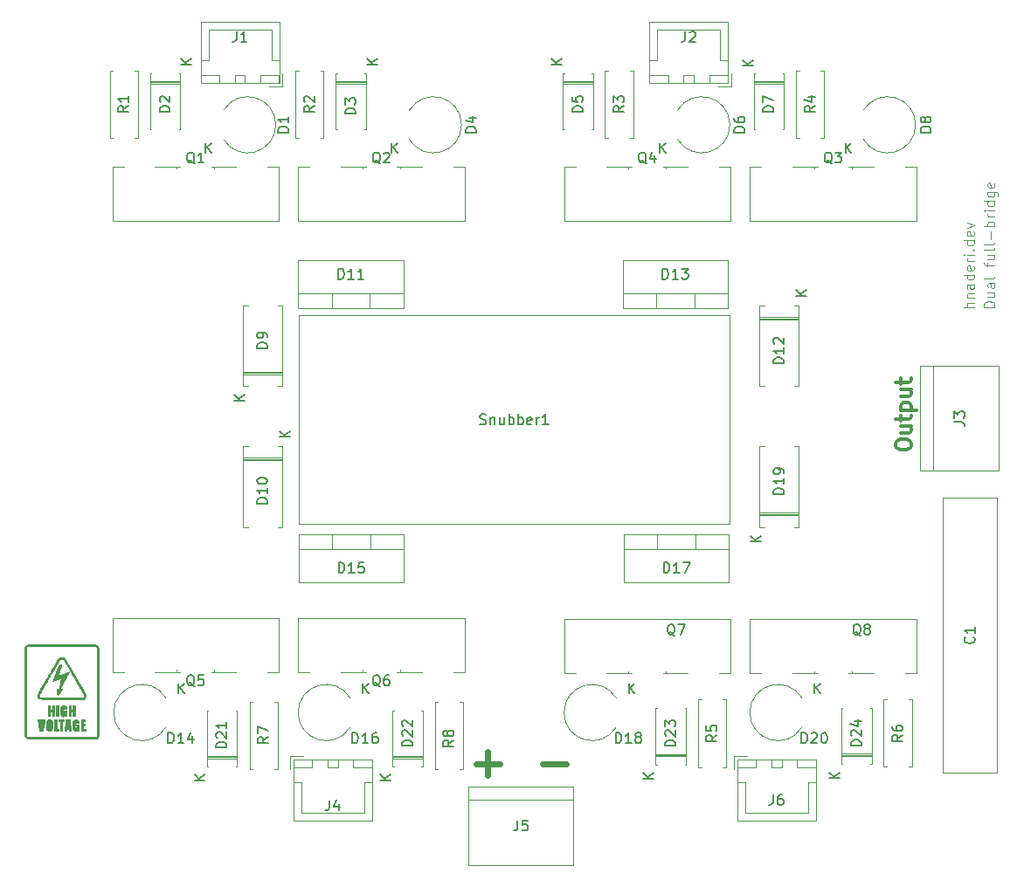
<source format=gbr>
%TF.GenerationSoftware,KiCad,Pcbnew,9.0.2*%
%TF.CreationDate,2025-07-13T13:24:00+03:30*%
%TF.ProjectId,paralleled-full-bridge,70617261-6c6c-4656-9c65-642d66756c6c,rev?*%
%TF.SameCoordinates,Original*%
%TF.FileFunction,Legend,Top*%
%TF.FilePolarity,Positive*%
%FSLAX46Y46*%
G04 Gerber Fmt 4.6, Leading zero omitted, Abs format (unit mm)*
G04 Created by KiCad (PCBNEW 9.0.2) date 2025-07-13 13:24:00*
%MOMM*%
%LPD*%
G01*
G04 APERTURE LIST*
%ADD10C,0.100000*%
%ADD11C,0.600000*%
%ADD12C,0.300000*%
%ADD13C,0.150000*%
%ADD14C,0.120000*%
%ADD15C,0.000000*%
G04 APERTURE END LIST*
D10*
X108372419Y-43696115D02*
X107372419Y-43696115D01*
X107372419Y-43696115D02*
X107372419Y-43458020D01*
X107372419Y-43458020D02*
X107420038Y-43315163D01*
X107420038Y-43315163D02*
X107515276Y-43219925D01*
X107515276Y-43219925D02*
X107610514Y-43172306D01*
X107610514Y-43172306D02*
X107800990Y-43124687D01*
X107800990Y-43124687D02*
X107943847Y-43124687D01*
X107943847Y-43124687D02*
X108134323Y-43172306D01*
X108134323Y-43172306D02*
X108229561Y-43219925D01*
X108229561Y-43219925D02*
X108324800Y-43315163D01*
X108324800Y-43315163D02*
X108372419Y-43458020D01*
X108372419Y-43458020D02*
X108372419Y-43696115D01*
X107705752Y-42267544D02*
X108372419Y-42267544D01*
X107705752Y-42696115D02*
X108229561Y-42696115D01*
X108229561Y-42696115D02*
X108324800Y-42648496D01*
X108324800Y-42648496D02*
X108372419Y-42553258D01*
X108372419Y-42553258D02*
X108372419Y-42410401D01*
X108372419Y-42410401D02*
X108324800Y-42315163D01*
X108324800Y-42315163D02*
X108277180Y-42267544D01*
X108372419Y-41362782D02*
X107848609Y-41362782D01*
X107848609Y-41362782D02*
X107753371Y-41410401D01*
X107753371Y-41410401D02*
X107705752Y-41505639D01*
X107705752Y-41505639D02*
X107705752Y-41696115D01*
X107705752Y-41696115D02*
X107753371Y-41791353D01*
X108324800Y-41362782D02*
X108372419Y-41458020D01*
X108372419Y-41458020D02*
X108372419Y-41696115D01*
X108372419Y-41696115D02*
X108324800Y-41791353D01*
X108324800Y-41791353D02*
X108229561Y-41838972D01*
X108229561Y-41838972D02*
X108134323Y-41838972D01*
X108134323Y-41838972D02*
X108039085Y-41791353D01*
X108039085Y-41791353D02*
X107991466Y-41696115D01*
X107991466Y-41696115D02*
X107991466Y-41458020D01*
X107991466Y-41458020D02*
X107943847Y-41362782D01*
X108372419Y-40743734D02*
X108324800Y-40838972D01*
X108324800Y-40838972D02*
X108229561Y-40886591D01*
X108229561Y-40886591D02*
X107372419Y-40886591D01*
X107705752Y-39743733D02*
X107705752Y-39362781D01*
X108372419Y-39600876D02*
X107515276Y-39600876D01*
X107515276Y-39600876D02*
X107420038Y-39553257D01*
X107420038Y-39553257D02*
X107372419Y-39458019D01*
X107372419Y-39458019D02*
X107372419Y-39362781D01*
X107705752Y-38600876D02*
X108372419Y-38600876D01*
X107705752Y-39029447D02*
X108229561Y-39029447D01*
X108229561Y-39029447D02*
X108324800Y-38981828D01*
X108324800Y-38981828D02*
X108372419Y-38886590D01*
X108372419Y-38886590D02*
X108372419Y-38743733D01*
X108372419Y-38743733D02*
X108324800Y-38648495D01*
X108324800Y-38648495D02*
X108277180Y-38600876D01*
X108372419Y-37981828D02*
X108324800Y-38077066D01*
X108324800Y-38077066D02*
X108229561Y-38124685D01*
X108229561Y-38124685D02*
X107372419Y-38124685D01*
X108372419Y-37458018D02*
X108324800Y-37553256D01*
X108324800Y-37553256D02*
X108229561Y-37600875D01*
X108229561Y-37600875D02*
X107372419Y-37600875D01*
X107991466Y-37077065D02*
X107991466Y-36315161D01*
X108372419Y-35838970D02*
X107372419Y-35838970D01*
X107753371Y-35838970D02*
X107705752Y-35743732D01*
X107705752Y-35743732D02*
X107705752Y-35553256D01*
X107705752Y-35553256D02*
X107753371Y-35458018D01*
X107753371Y-35458018D02*
X107800990Y-35410399D01*
X107800990Y-35410399D02*
X107896228Y-35362780D01*
X107896228Y-35362780D02*
X108181942Y-35362780D01*
X108181942Y-35362780D02*
X108277180Y-35410399D01*
X108277180Y-35410399D02*
X108324800Y-35458018D01*
X108324800Y-35458018D02*
X108372419Y-35553256D01*
X108372419Y-35553256D02*
X108372419Y-35743732D01*
X108372419Y-35743732D02*
X108324800Y-35838970D01*
X108372419Y-34934208D02*
X107705752Y-34934208D01*
X107896228Y-34934208D02*
X107800990Y-34886589D01*
X107800990Y-34886589D02*
X107753371Y-34838970D01*
X107753371Y-34838970D02*
X107705752Y-34743732D01*
X107705752Y-34743732D02*
X107705752Y-34648494D01*
X108372419Y-34315160D02*
X107705752Y-34315160D01*
X107372419Y-34315160D02*
X107420038Y-34362779D01*
X107420038Y-34362779D02*
X107467657Y-34315160D01*
X107467657Y-34315160D02*
X107420038Y-34267541D01*
X107420038Y-34267541D02*
X107372419Y-34315160D01*
X107372419Y-34315160D02*
X107467657Y-34315160D01*
X108372419Y-33410399D02*
X107372419Y-33410399D01*
X108324800Y-33410399D02*
X108372419Y-33505637D01*
X108372419Y-33505637D02*
X108372419Y-33696113D01*
X108372419Y-33696113D02*
X108324800Y-33791351D01*
X108324800Y-33791351D02*
X108277180Y-33838970D01*
X108277180Y-33838970D02*
X108181942Y-33886589D01*
X108181942Y-33886589D02*
X107896228Y-33886589D01*
X107896228Y-33886589D02*
X107800990Y-33838970D01*
X107800990Y-33838970D02*
X107753371Y-33791351D01*
X107753371Y-33791351D02*
X107705752Y-33696113D01*
X107705752Y-33696113D02*
X107705752Y-33505637D01*
X107705752Y-33505637D02*
X107753371Y-33410399D01*
X107705752Y-32505637D02*
X108515276Y-32505637D01*
X108515276Y-32505637D02*
X108610514Y-32553256D01*
X108610514Y-32553256D02*
X108658133Y-32600875D01*
X108658133Y-32600875D02*
X108705752Y-32696113D01*
X108705752Y-32696113D02*
X108705752Y-32838970D01*
X108705752Y-32838970D02*
X108658133Y-32934208D01*
X108324800Y-32505637D02*
X108372419Y-32600875D01*
X108372419Y-32600875D02*
X108372419Y-32791351D01*
X108372419Y-32791351D02*
X108324800Y-32886589D01*
X108324800Y-32886589D02*
X108277180Y-32934208D01*
X108277180Y-32934208D02*
X108181942Y-32981827D01*
X108181942Y-32981827D02*
X107896228Y-32981827D01*
X107896228Y-32981827D02*
X107800990Y-32934208D01*
X107800990Y-32934208D02*
X107753371Y-32886589D01*
X107753371Y-32886589D02*
X107705752Y-32791351D01*
X107705752Y-32791351D02*
X107705752Y-32600875D01*
X107705752Y-32600875D02*
X107753371Y-32505637D01*
X108324800Y-31648494D02*
X108372419Y-31743732D01*
X108372419Y-31743732D02*
X108372419Y-31934208D01*
X108372419Y-31934208D02*
X108324800Y-32029446D01*
X108324800Y-32029446D02*
X108229561Y-32077065D01*
X108229561Y-32077065D02*
X107848609Y-32077065D01*
X107848609Y-32077065D02*
X107753371Y-32029446D01*
X107753371Y-32029446D02*
X107705752Y-31934208D01*
X107705752Y-31934208D02*
X107705752Y-31743732D01*
X107705752Y-31743732D02*
X107753371Y-31648494D01*
X107753371Y-31648494D02*
X107848609Y-31600875D01*
X107848609Y-31600875D02*
X107943847Y-31600875D01*
X107943847Y-31600875D02*
X108039085Y-32077065D01*
D11*
X64609021Y-87958800D02*
X66894736Y-87958800D01*
D12*
X98800828Y-57159774D02*
X98800828Y-56874060D01*
X98800828Y-56874060D02*
X98872257Y-56731203D01*
X98872257Y-56731203D02*
X99015114Y-56588346D01*
X99015114Y-56588346D02*
X99300828Y-56516917D01*
X99300828Y-56516917D02*
X99800828Y-56516917D01*
X99800828Y-56516917D02*
X100086542Y-56588346D01*
X100086542Y-56588346D02*
X100229400Y-56731203D01*
X100229400Y-56731203D02*
X100300828Y-56874060D01*
X100300828Y-56874060D02*
X100300828Y-57159774D01*
X100300828Y-57159774D02*
X100229400Y-57302632D01*
X100229400Y-57302632D02*
X100086542Y-57445489D01*
X100086542Y-57445489D02*
X99800828Y-57516917D01*
X99800828Y-57516917D02*
X99300828Y-57516917D01*
X99300828Y-57516917D02*
X99015114Y-57445489D01*
X99015114Y-57445489D02*
X98872257Y-57302632D01*
X98872257Y-57302632D02*
X98800828Y-57159774D01*
X99300828Y-55231203D02*
X100300828Y-55231203D01*
X99300828Y-55874060D02*
X100086542Y-55874060D01*
X100086542Y-55874060D02*
X100229400Y-55802631D01*
X100229400Y-55802631D02*
X100300828Y-55659774D01*
X100300828Y-55659774D02*
X100300828Y-55445488D01*
X100300828Y-55445488D02*
X100229400Y-55302631D01*
X100229400Y-55302631D02*
X100157971Y-55231203D01*
X99300828Y-54731202D02*
X99300828Y-54159774D01*
X98800828Y-54516917D02*
X100086542Y-54516917D01*
X100086542Y-54516917D02*
X100229400Y-54445488D01*
X100229400Y-54445488D02*
X100300828Y-54302631D01*
X100300828Y-54302631D02*
X100300828Y-54159774D01*
X99300828Y-53659774D02*
X100800828Y-53659774D01*
X99372257Y-53659774D02*
X99300828Y-53516917D01*
X99300828Y-53516917D02*
X99300828Y-53231202D01*
X99300828Y-53231202D02*
X99372257Y-53088345D01*
X99372257Y-53088345D02*
X99443685Y-53016917D01*
X99443685Y-53016917D02*
X99586542Y-52945488D01*
X99586542Y-52945488D02*
X100015114Y-52945488D01*
X100015114Y-52945488D02*
X100157971Y-53016917D01*
X100157971Y-53016917D02*
X100229400Y-53088345D01*
X100229400Y-53088345D02*
X100300828Y-53231202D01*
X100300828Y-53231202D02*
X100300828Y-53516917D01*
X100300828Y-53516917D02*
X100229400Y-53659774D01*
X99300828Y-51659774D02*
X100300828Y-51659774D01*
X99300828Y-52302631D02*
X100086542Y-52302631D01*
X100086542Y-52302631D02*
X100229400Y-52231202D01*
X100229400Y-52231202D02*
X100300828Y-52088345D01*
X100300828Y-52088345D02*
X100300828Y-51874059D01*
X100300828Y-51874059D02*
X100229400Y-51731202D01*
X100229400Y-51731202D02*
X100157971Y-51659774D01*
X99300828Y-51159773D02*
X99300828Y-50588345D01*
X98800828Y-50945488D02*
X100086542Y-50945488D01*
X100086542Y-50945488D02*
X100229400Y-50874059D01*
X100229400Y-50874059D02*
X100300828Y-50731202D01*
X100300828Y-50731202D02*
X100300828Y-50588345D01*
D10*
X106372419Y-43696115D02*
X105372419Y-43696115D01*
X106372419Y-43267544D02*
X105848609Y-43267544D01*
X105848609Y-43267544D02*
X105753371Y-43315163D01*
X105753371Y-43315163D02*
X105705752Y-43410401D01*
X105705752Y-43410401D02*
X105705752Y-43553258D01*
X105705752Y-43553258D02*
X105753371Y-43648496D01*
X105753371Y-43648496D02*
X105800990Y-43696115D01*
X105705752Y-42791353D02*
X106372419Y-42791353D01*
X105800990Y-42791353D02*
X105753371Y-42743734D01*
X105753371Y-42743734D02*
X105705752Y-42648496D01*
X105705752Y-42648496D02*
X105705752Y-42505639D01*
X105705752Y-42505639D02*
X105753371Y-42410401D01*
X105753371Y-42410401D02*
X105848609Y-42362782D01*
X105848609Y-42362782D02*
X106372419Y-42362782D01*
X106372419Y-41458020D02*
X105848609Y-41458020D01*
X105848609Y-41458020D02*
X105753371Y-41505639D01*
X105753371Y-41505639D02*
X105705752Y-41600877D01*
X105705752Y-41600877D02*
X105705752Y-41791353D01*
X105705752Y-41791353D02*
X105753371Y-41886591D01*
X106324800Y-41458020D02*
X106372419Y-41553258D01*
X106372419Y-41553258D02*
X106372419Y-41791353D01*
X106372419Y-41791353D02*
X106324800Y-41886591D01*
X106324800Y-41886591D02*
X106229561Y-41934210D01*
X106229561Y-41934210D02*
X106134323Y-41934210D01*
X106134323Y-41934210D02*
X106039085Y-41886591D01*
X106039085Y-41886591D02*
X105991466Y-41791353D01*
X105991466Y-41791353D02*
X105991466Y-41553258D01*
X105991466Y-41553258D02*
X105943847Y-41458020D01*
X106372419Y-40553258D02*
X105372419Y-40553258D01*
X106324800Y-40553258D02*
X106372419Y-40648496D01*
X106372419Y-40648496D02*
X106372419Y-40838972D01*
X106372419Y-40838972D02*
X106324800Y-40934210D01*
X106324800Y-40934210D02*
X106277180Y-40981829D01*
X106277180Y-40981829D02*
X106181942Y-41029448D01*
X106181942Y-41029448D02*
X105896228Y-41029448D01*
X105896228Y-41029448D02*
X105800990Y-40981829D01*
X105800990Y-40981829D02*
X105753371Y-40934210D01*
X105753371Y-40934210D02*
X105705752Y-40838972D01*
X105705752Y-40838972D02*
X105705752Y-40648496D01*
X105705752Y-40648496D02*
X105753371Y-40553258D01*
X106324800Y-39696115D02*
X106372419Y-39791353D01*
X106372419Y-39791353D02*
X106372419Y-39981829D01*
X106372419Y-39981829D02*
X106324800Y-40077067D01*
X106324800Y-40077067D02*
X106229561Y-40124686D01*
X106229561Y-40124686D02*
X105848609Y-40124686D01*
X105848609Y-40124686D02*
X105753371Y-40077067D01*
X105753371Y-40077067D02*
X105705752Y-39981829D01*
X105705752Y-39981829D02*
X105705752Y-39791353D01*
X105705752Y-39791353D02*
X105753371Y-39696115D01*
X105753371Y-39696115D02*
X105848609Y-39648496D01*
X105848609Y-39648496D02*
X105943847Y-39648496D01*
X105943847Y-39648496D02*
X106039085Y-40124686D01*
X106372419Y-39219924D02*
X105705752Y-39219924D01*
X105896228Y-39219924D02*
X105800990Y-39172305D01*
X105800990Y-39172305D02*
X105753371Y-39124686D01*
X105753371Y-39124686D02*
X105705752Y-39029448D01*
X105705752Y-39029448D02*
X105705752Y-38934210D01*
X106372419Y-38600876D02*
X105705752Y-38600876D01*
X105372419Y-38600876D02*
X105420038Y-38648495D01*
X105420038Y-38648495D02*
X105467657Y-38600876D01*
X105467657Y-38600876D02*
X105420038Y-38553257D01*
X105420038Y-38553257D02*
X105372419Y-38600876D01*
X105372419Y-38600876D02*
X105467657Y-38600876D01*
X106277180Y-38124686D02*
X106324800Y-38077067D01*
X106324800Y-38077067D02*
X106372419Y-38124686D01*
X106372419Y-38124686D02*
X106324800Y-38172305D01*
X106324800Y-38172305D02*
X106277180Y-38124686D01*
X106277180Y-38124686D02*
X106372419Y-38124686D01*
X106372419Y-37219925D02*
X105372419Y-37219925D01*
X106324800Y-37219925D02*
X106372419Y-37315163D01*
X106372419Y-37315163D02*
X106372419Y-37505639D01*
X106372419Y-37505639D02*
X106324800Y-37600877D01*
X106324800Y-37600877D02*
X106277180Y-37648496D01*
X106277180Y-37648496D02*
X106181942Y-37696115D01*
X106181942Y-37696115D02*
X105896228Y-37696115D01*
X105896228Y-37696115D02*
X105800990Y-37648496D01*
X105800990Y-37648496D02*
X105753371Y-37600877D01*
X105753371Y-37600877D02*
X105705752Y-37505639D01*
X105705752Y-37505639D02*
X105705752Y-37315163D01*
X105705752Y-37315163D02*
X105753371Y-37219925D01*
X106324800Y-36362782D02*
X106372419Y-36458020D01*
X106372419Y-36458020D02*
X106372419Y-36648496D01*
X106372419Y-36648496D02*
X106324800Y-36743734D01*
X106324800Y-36743734D02*
X106229561Y-36791353D01*
X106229561Y-36791353D02*
X105848609Y-36791353D01*
X105848609Y-36791353D02*
X105753371Y-36743734D01*
X105753371Y-36743734D02*
X105705752Y-36648496D01*
X105705752Y-36648496D02*
X105705752Y-36458020D01*
X105705752Y-36458020D02*
X105753371Y-36362782D01*
X105753371Y-36362782D02*
X105848609Y-36315163D01*
X105848609Y-36315163D02*
X105943847Y-36315163D01*
X105943847Y-36315163D02*
X106039085Y-36791353D01*
X105705752Y-35981829D02*
X106372419Y-35743734D01*
X106372419Y-35743734D02*
X105705752Y-35505639D01*
D11*
X58109021Y-87958800D02*
X60394736Y-87958800D01*
X59251878Y-89101657D02*
X59251878Y-86815942D01*
D13*
X46145714Y-85954819D02*
X46145714Y-84954819D01*
X46145714Y-84954819D02*
X46383809Y-84954819D01*
X46383809Y-84954819D02*
X46526666Y-85002438D01*
X46526666Y-85002438D02*
X46621904Y-85097676D01*
X46621904Y-85097676D02*
X46669523Y-85192914D01*
X46669523Y-85192914D02*
X46717142Y-85383390D01*
X46717142Y-85383390D02*
X46717142Y-85526247D01*
X46717142Y-85526247D02*
X46669523Y-85716723D01*
X46669523Y-85716723D02*
X46621904Y-85811961D01*
X46621904Y-85811961D02*
X46526666Y-85907200D01*
X46526666Y-85907200D02*
X46383809Y-85954819D01*
X46383809Y-85954819D02*
X46145714Y-85954819D01*
X47669523Y-85954819D02*
X47098095Y-85954819D01*
X47383809Y-85954819D02*
X47383809Y-84954819D01*
X47383809Y-84954819D02*
X47288571Y-85097676D01*
X47288571Y-85097676D02*
X47193333Y-85192914D01*
X47193333Y-85192914D02*
X47098095Y-85240533D01*
X48526666Y-84954819D02*
X48336190Y-84954819D01*
X48336190Y-84954819D02*
X48240952Y-85002438D01*
X48240952Y-85002438D02*
X48193333Y-85050057D01*
X48193333Y-85050057D02*
X48098095Y-85192914D01*
X48098095Y-85192914D02*
X48050476Y-85383390D01*
X48050476Y-85383390D02*
X48050476Y-85764342D01*
X48050476Y-85764342D02*
X48098095Y-85859580D01*
X48098095Y-85859580D02*
X48145714Y-85907200D01*
X48145714Y-85907200D02*
X48240952Y-85954819D01*
X48240952Y-85954819D02*
X48431428Y-85954819D01*
X48431428Y-85954819D02*
X48526666Y-85907200D01*
X48526666Y-85907200D02*
X48574285Y-85859580D01*
X48574285Y-85859580D02*
X48621904Y-85764342D01*
X48621904Y-85764342D02*
X48621904Y-85526247D01*
X48621904Y-85526247D02*
X48574285Y-85431009D01*
X48574285Y-85431009D02*
X48526666Y-85383390D01*
X48526666Y-85383390D02*
X48431428Y-85335771D01*
X48431428Y-85335771D02*
X48240952Y-85335771D01*
X48240952Y-85335771D02*
X48145714Y-85383390D01*
X48145714Y-85383390D02*
X48098095Y-85431009D01*
X48098095Y-85431009D02*
X48050476Y-85526247D01*
X47158095Y-81154819D02*
X47158095Y-80154819D01*
X47729523Y-81154819D02*
X47300952Y-80583390D01*
X47729523Y-80154819D02*
X47158095Y-80726247D01*
X28454819Y-24748094D02*
X27454819Y-24748094D01*
X27454819Y-24748094D02*
X27454819Y-24509999D01*
X27454819Y-24509999D02*
X27502438Y-24367142D01*
X27502438Y-24367142D02*
X27597676Y-24271904D01*
X27597676Y-24271904D02*
X27692914Y-24224285D01*
X27692914Y-24224285D02*
X27883390Y-24176666D01*
X27883390Y-24176666D02*
X28026247Y-24176666D01*
X28026247Y-24176666D02*
X28216723Y-24224285D01*
X28216723Y-24224285D02*
X28311961Y-24271904D01*
X28311961Y-24271904D02*
X28407200Y-24367142D01*
X28407200Y-24367142D02*
X28454819Y-24509999D01*
X28454819Y-24509999D02*
X28454819Y-24748094D01*
X27550057Y-23795713D02*
X27502438Y-23748094D01*
X27502438Y-23748094D02*
X27454819Y-23652856D01*
X27454819Y-23652856D02*
X27454819Y-23414761D01*
X27454819Y-23414761D02*
X27502438Y-23319523D01*
X27502438Y-23319523D02*
X27550057Y-23271904D01*
X27550057Y-23271904D02*
X27645295Y-23224285D01*
X27645295Y-23224285D02*
X27740533Y-23224285D01*
X27740533Y-23224285D02*
X27883390Y-23271904D01*
X27883390Y-23271904D02*
X28454819Y-23843332D01*
X28454819Y-23843332D02*
X28454819Y-23224285D01*
X30554819Y-20151904D02*
X29554819Y-20151904D01*
X30554819Y-19580476D02*
X29983390Y-20009047D01*
X29554819Y-19580476D02*
X30126247Y-20151904D01*
X48854761Y-80470057D02*
X48759523Y-80422438D01*
X48759523Y-80422438D02*
X48664285Y-80327200D01*
X48664285Y-80327200D02*
X48521428Y-80184342D01*
X48521428Y-80184342D02*
X48426190Y-80136723D01*
X48426190Y-80136723D02*
X48330952Y-80136723D01*
X48378571Y-80374819D02*
X48283333Y-80327200D01*
X48283333Y-80327200D02*
X48188095Y-80231961D01*
X48188095Y-80231961D02*
X48140476Y-80041485D01*
X48140476Y-80041485D02*
X48140476Y-79708152D01*
X48140476Y-79708152D02*
X48188095Y-79517676D01*
X48188095Y-79517676D02*
X48283333Y-79422438D01*
X48283333Y-79422438D02*
X48378571Y-79374819D01*
X48378571Y-79374819D02*
X48569047Y-79374819D01*
X48569047Y-79374819D02*
X48664285Y-79422438D01*
X48664285Y-79422438D02*
X48759523Y-79517676D01*
X48759523Y-79517676D02*
X48807142Y-79708152D01*
X48807142Y-79708152D02*
X48807142Y-80041485D01*
X48807142Y-80041485D02*
X48759523Y-80231961D01*
X48759523Y-80231961D02*
X48664285Y-80327200D01*
X48664285Y-80327200D02*
X48569047Y-80374819D01*
X48569047Y-80374819D02*
X48378571Y-80374819D01*
X49664285Y-79374819D02*
X49473809Y-79374819D01*
X49473809Y-79374819D02*
X49378571Y-79422438D01*
X49378571Y-79422438D02*
X49330952Y-79470057D01*
X49330952Y-79470057D02*
X49235714Y-79612914D01*
X49235714Y-79612914D02*
X49188095Y-79803390D01*
X49188095Y-79803390D02*
X49188095Y-80184342D01*
X49188095Y-80184342D02*
X49235714Y-80279580D01*
X49235714Y-80279580D02*
X49283333Y-80327200D01*
X49283333Y-80327200D02*
X49378571Y-80374819D01*
X49378571Y-80374819D02*
X49569047Y-80374819D01*
X49569047Y-80374819D02*
X49664285Y-80327200D01*
X49664285Y-80327200D02*
X49711904Y-80279580D01*
X49711904Y-80279580D02*
X49759523Y-80184342D01*
X49759523Y-80184342D02*
X49759523Y-79946247D01*
X49759523Y-79946247D02*
X49711904Y-79851009D01*
X49711904Y-79851009D02*
X49664285Y-79803390D01*
X49664285Y-79803390D02*
X49569047Y-79755771D01*
X49569047Y-79755771D02*
X49378571Y-79755771D01*
X49378571Y-79755771D02*
X49283333Y-79803390D01*
X49283333Y-79803390D02*
X49235714Y-79851009D01*
X49235714Y-79851009D02*
X49188095Y-79946247D01*
X37904819Y-47658094D02*
X36904819Y-47658094D01*
X36904819Y-47658094D02*
X36904819Y-47419999D01*
X36904819Y-47419999D02*
X36952438Y-47277142D01*
X36952438Y-47277142D02*
X37047676Y-47181904D01*
X37047676Y-47181904D02*
X37142914Y-47134285D01*
X37142914Y-47134285D02*
X37333390Y-47086666D01*
X37333390Y-47086666D02*
X37476247Y-47086666D01*
X37476247Y-47086666D02*
X37666723Y-47134285D01*
X37666723Y-47134285D02*
X37761961Y-47181904D01*
X37761961Y-47181904D02*
X37857200Y-47277142D01*
X37857200Y-47277142D02*
X37904819Y-47419999D01*
X37904819Y-47419999D02*
X37904819Y-47658094D01*
X37904819Y-46610475D02*
X37904819Y-46419999D01*
X37904819Y-46419999D02*
X37857200Y-46324761D01*
X37857200Y-46324761D02*
X37809580Y-46277142D01*
X37809580Y-46277142D02*
X37666723Y-46181904D01*
X37666723Y-46181904D02*
X37476247Y-46134285D01*
X37476247Y-46134285D02*
X37095295Y-46134285D01*
X37095295Y-46134285D02*
X37000057Y-46181904D01*
X37000057Y-46181904D02*
X36952438Y-46229523D01*
X36952438Y-46229523D02*
X36904819Y-46324761D01*
X36904819Y-46324761D02*
X36904819Y-46515237D01*
X36904819Y-46515237D02*
X36952438Y-46610475D01*
X36952438Y-46610475D02*
X37000057Y-46658094D01*
X37000057Y-46658094D02*
X37095295Y-46705713D01*
X37095295Y-46705713D02*
X37333390Y-46705713D01*
X37333390Y-46705713D02*
X37428628Y-46658094D01*
X37428628Y-46658094D02*
X37476247Y-46610475D01*
X37476247Y-46610475D02*
X37523866Y-46515237D01*
X37523866Y-46515237D02*
X37523866Y-46324761D01*
X37523866Y-46324761D02*
X37476247Y-46229523D01*
X37476247Y-46229523D02*
X37428628Y-46181904D01*
X37428628Y-46181904D02*
X37333390Y-46134285D01*
X35704819Y-52761904D02*
X34704819Y-52761904D01*
X35704819Y-52190476D02*
X35133390Y-52619047D01*
X34704819Y-52190476D02*
X35276247Y-52761904D01*
X76205714Y-40954819D02*
X76205714Y-39954819D01*
X76205714Y-39954819D02*
X76443809Y-39954819D01*
X76443809Y-39954819D02*
X76586666Y-40002438D01*
X76586666Y-40002438D02*
X76681904Y-40097676D01*
X76681904Y-40097676D02*
X76729523Y-40192914D01*
X76729523Y-40192914D02*
X76777142Y-40383390D01*
X76777142Y-40383390D02*
X76777142Y-40526247D01*
X76777142Y-40526247D02*
X76729523Y-40716723D01*
X76729523Y-40716723D02*
X76681904Y-40811961D01*
X76681904Y-40811961D02*
X76586666Y-40907200D01*
X76586666Y-40907200D02*
X76443809Y-40954819D01*
X76443809Y-40954819D02*
X76205714Y-40954819D01*
X77729523Y-40954819D02*
X77158095Y-40954819D01*
X77443809Y-40954819D02*
X77443809Y-39954819D01*
X77443809Y-39954819D02*
X77348571Y-40097676D01*
X77348571Y-40097676D02*
X77253333Y-40192914D01*
X77253333Y-40192914D02*
X77158095Y-40240533D01*
X78062857Y-39954819D02*
X78681904Y-39954819D01*
X78681904Y-39954819D02*
X78348571Y-40335771D01*
X78348571Y-40335771D02*
X78491428Y-40335771D01*
X78491428Y-40335771D02*
X78586666Y-40383390D01*
X78586666Y-40383390D02*
X78634285Y-40431009D01*
X78634285Y-40431009D02*
X78681904Y-40526247D01*
X78681904Y-40526247D02*
X78681904Y-40764342D01*
X78681904Y-40764342D02*
X78634285Y-40859580D01*
X78634285Y-40859580D02*
X78586666Y-40907200D01*
X78586666Y-40907200D02*
X78491428Y-40954819D01*
X78491428Y-40954819D02*
X78205714Y-40954819D01*
X78205714Y-40954819D02*
X78110476Y-40907200D01*
X78110476Y-40907200D02*
X78062857Y-40859580D01*
X99454819Y-85166666D02*
X98978628Y-85499999D01*
X99454819Y-85738094D02*
X98454819Y-85738094D01*
X98454819Y-85738094D02*
X98454819Y-85357142D01*
X98454819Y-85357142D02*
X98502438Y-85261904D01*
X98502438Y-85261904D02*
X98550057Y-85214285D01*
X98550057Y-85214285D02*
X98645295Y-85166666D01*
X98645295Y-85166666D02*
X98788152Y-85166666D01*
X98788152Y-85166666D02*
X98883390Y-85214285D01*
X98883390Y-85214285D02*
X98931009Y-85261904D01*
X98931009Y-85261904D02*
X98978628Y-85357142D01*
X98978628Y-85357142D02*
X98978628Y-85738094D01*
X98454819Y-84309523D02*
X98454819Y-84499999D01*
X98454819Y-84499999D02*
X98502438Y-84595237D01*
X98502438Y-84595237D02*
X98550057Y-84642856D01*
X98550057Y-84642856D02*
X98692914Y-84738094D01*
X98692914Y-84738094D02*
X98883390Y-84785713D01*
X98883390Y-84785713D02*
X99264342Y-84785713D01*
X99264342Y-84785713D02*
X99359580Y-84738094D01*
X99359580Y-84738094D02*
X99407200Y-84690475D01*
X99407200Y-84690475D02*
X99454819Y-84595237D01*
X99454819Y-84595237D02*
X99454819Y-84404761D01*
X99454819Y-84404761D02*
X99407200Y-84309523D01*
X99407200Y-84309523D02*
X99359580Y-84261904D01*
X99359580Y-84261904D02*
X99264342Y-84214285D01*
X99264342Y-84214285D02*
X99026247Y-84214285D01*
X99026247Y-84214285D02*
X98931009Y-84261904D01*
X98931009Y-84261904D02*
X98883390Y-84309523D01*
X98883390Y-84309523D02*
X98835771Y-84404761D01*
X98835771Y-84404761D02*
X98835771Y-84595237D01*
X98835771Y-84595237D02*
X98883390Y-84690475D01*
X98883390Y-84690475D02*
X98931009Y-84738094D01*
X98931009Y-84738094D02*
X99026247Y-84785713D01*
X55954819Y-85676666D02*
X55478628Y-86009999D01*
X55954819Y-86248094D02*
X54954819Y-86248094D01*
X54954819Y-86248094D02*
X54954819Y-85867142D01*
X54954819Y-85867142D02*
X55002438Y-85771904D01*
X55002438Y-85771904D02*
X55050057Y-85724285D01*
X55050057Y-85724285D02*
X55145295Y-85676666D01*
X55145295Y-85676666D02*
X55288152Y-85676666D01*
X55288152Y-85676666D02*
X55383390Y-85724285D01*
X55383390Y-85724285D02*
X55431009Y-85771904D01*
X55431009Y-85771904D02*
X55478628Y-85867142D01*
X55478628Y-85867142D02*
X55478628Y-86248094D01*
X55383390Y-85105237D02*
X55335771Y-85200475D01*
X55335771Y-85200475D02*
X55288152Y-85248094D01*
X55288152Y-85248094D02*
X55192914Y-85295713D01*
X55192914Y-85295713D02*
X55145295Y-85295713D01*
X55145295Y-85295713D02*
X55050057Y-85248094D01*
X55050057Y-85248094D02*
X55002438Y-85200475D01*
X55002438Y-85200475D02*
X54954819Y-85105237D01*
X54954819Y-85105237D02*
X54954819Y-84914761D01*
X54954819Y-84914761D02*
X55002438Y-84819523D01*
X55002438Y-84819523D02*
X55050057Y-84771904D01*
X55050057Y-84771904D02*
X55145295Y-84724285D01*
X55145295Y-84724285D02*
X55192914Y-84724285D01*
X55192914Y-84724285D02*
X55288152Y-84771904D01*
X55288152Y-84771904D02*
X55335771Y-84819523D01*
X55335771Y-84819523D02*
X55383390Y-84914761D01*
X55383390Y-84914761D02*
X55383390Y-85105237D01*
X55383390Y-85105237D02*
X55431009Y-85200475D01*
X55431009Y-85200475D02*
X55478628Y-85248094D01*
X55478628Y-85248094D02*
X55573866Y-85295713D01*
X55573866Y-85295713D02*
X55764342Y-85295713D01*
X55764342Y-85295713D02*
X55859580Y-85248094D01*
X55859580Y-85248094D02*
X55907200Y-85200475D01*
X55907200Y-85200475D02*
X55954819Y-85105237D01*
X55954819Y-85105237D02*
X55954819Y-84914761D01*
X55954819Y-84914761D02*
X55907200Y-84819523D01*
X55907200Y-84819523D02*
X55859580Y-84771904D01*
X55859580Y-84771904D02*
X55764342Y-84724285D01*
X55764342Y-84724285D02*
X55573866Y-84724285D01*
X55573866Y-84724285D02*
X55478628Y-84771904D01*
X55478628Y-84771904D02*
X55431009Y-84819523D01*
X55431009Y-84819523D02*
X55383390Y-84914761D01*
X87954819Y-61794285D02*
X86954819Y-61794285D01*
X86954819Y-61794285D02*
X86954819Y-61556190D01*
X86954819Y-61556190D02*
X87002438Y-61413333D01*
X87002438Y-61413333D02*
X87097676Y-61318095D01*
X87097676Y-61318095D02*
X87192914Y-61270476D01*
X87192914Y-61270476D02*
X87383390Y-61222857D01*
X87383390Y-61222857D02*
X87526247Y-61222857D01*
X87526247Y-61222857D02*
X87716723Y-61270476D01*
X87716723Y-61270476D02*
X87811961Y-61318095D01*
X87811961Y-61318095D02*
X87907200Y-61413333D01*
X87907200Y-61413333D02*
X87954819Y-61556190D01*
X87954819Y-61556190D02*
X87954819Y-61794285D01*
X87954819Y-60270476D02*
X87954819Y-60841904D01*
X87954819Y-60556190D02*
X86954819Y-60556190D01*
X86954819Y-60556190D02*
X87097676Y-60651428D01*
X87097676Y-60651428D02*
X87192914Y-60746666D01*
X87192914Y-60746666D02*
X87240533Y-60841904D01*
X87954819Y-59794285D02*
X87954819Y-59603809D01*
X87954819Y-59603809D02*
X87907200Y-59508571D01*
X87907200Y-59508571D02*
X87859580Y-59460952D01*
X87859580Y-59460952D02*
X87716723Y-59365714D01*
X87716723Y-59365714D02*
X87526247Y-59318095D01*
X87526247Y-59318095D02*
X87145295Y-59318095D01*
X87145295Y-59318095D02*
X87050057Y-59365714D01*
X87050057Y-59365714D02*
X87002438Y-59413333D01*
X87002438Y-59413333D02*
X86954819Y-59508571D01*
X86954819Y-59508571D02*
X86954819Y-59699047D01*
X86954819Y-59699047D02*
X87002438Y-59794285D01*
X87002438Y-59794285D02*
X87050057Y-59841904D01*
X87050057Y-59841904D02*
X87145295Y-59889523D01*
X87145295Y-59889523D02*
X87383390Y-59889523D01*
X87383390Y-59889523D02*
X87478628Y-59841904D01*
X87478628Y-59841904D02*
X87526247Y-59794285D01*
X87526247Y-59794285D02*
X87573866Y-59699047D01*
X87573866Y-59699047D02*
X87573866Y-59508571D01*
X87573866Y-59508571D02*
X87526247Y-59413333D01*
X87526247Y-59413333D02*
X87478628Y-59365714D01*
X87478628Y-59365714D02*
X87383390Y-59318095D01*
X85754819Y-66421904D02*
X84754819Y-66421904D01*
X85754819Y-65850476D02*
X85183390Y-66279047D01*
X84754819Y-65850476D02*
X85326247Y-66421904D01*
X71670714Y-85954819D02*
X71670714Y-84954819D01*
X71670714Y-84954819D02*
X71908809Y-84954819D01*
X71908809Y-84954819D02*
X72051666Y-85002438D01*
X72051666Y-85002438D02*
X72146904Y-85097676D01*
X72146904Y-85097676D02*
X72194523Y-85192914D01*
X72194523Y-85192914D02*
X72242142Y-85383390D01*
X72242142Y-85383390D02*
X72242142Y-85526247D01*
X72242142Y-85526247D02*
X72194523Y-85716723D01*
X72194523Y-85716723D02*
X72146904Y-85811961D01*
X72146904Y-85811961D02*
X72051666Y-85907200D01*
X72051666Y-85907200D02*
X71908809Y-85954819D01*
X71908809Y-85954819D02*
X71670714Y-85954819D01*
X73194523Y-85954819D02*
X72623095Y-85954819D01*
X72908809Y-85954819D02*
X72908809Y-84954819D01*
X72908809Y-84954819D02*
X72813571Y-85097676D01*
X72813571Y-85097676D02*
X72718333Y-85192914D01*
X72718333Y-85192914D02*
X72623095Y-85240533D01*
X73765952Y-85383390D02*
X73670714Y-85335771D01*
X73670714Y-85335771D02*
X73623095Y-85288152D01*
X73623095Y-85288152D02*
X73575476Y-85192914D01*
X73575476Y-85192914D02*
X73575476Y-85145295D01*
X73575476Y-85145295D02*
X73623095Y-85050057D01*
X73623095Y-85050057D02*
X73670714Y-85002438D01*
X73670714Y-85002438D02*
X73765952Y-84954819D01*
X73765952Y-84954819D02*
X73956428Y-84954819D01*
X73956428Y-84954819D02*
X74051666Y-85002438D01*
X74051666Y-85002438D02*
X74099285Y-85050057D01*
X74099285Y-85050057D02*
X74146904Y-85145295D01*
X74146904Y-85145295D02*
X74146904Y-85192914D01*
X74146904Y-85192914D02*
X74099285Y-85288152D01*
X74099285Y-85288152D02*
X74051666Y-85335771D01*
X74051666Y-85335771D02*
X73956428Y-85383390D01*
X73956428Y-85383390D02*
X73765952Y-85383390D01*
X73765952Y-85383390D02*
X73670714Y-85431009D01*
X73670714Y-85431009D02*
X73623095Y-85478628D01*
X73623095Y-85478628D02*
X73575476Y-85573866D01*
X73575476Y-85573866D02*
X73575476Y-85764342D01*
X73575476Y-85764342D02*
X73623095Y-85859580D01*
X73623095Y-85859580D02*
X73670714Y-85907200D01*
X73670714Y-85907200D02*
X73765952Y-85954819D01*
X73765952Y-85954819D02*
X73956428Y-85954819D01*
X73956428Y-85954819D02*
X74051666Y-85907200D01*
X74051666Y-85907200D02*
X74099285Y-85859580D01*
X74099285Y-85859580D02*
X74146904Y-85764342D01*
X74146904Y-85764342D02*
X74146904Y-85573866D01*
X74146904Y-85573866D02*
X74099285Y-85478628D01*
X74099285Y-85478628D02*
X74051666Y-85431009D01*
X74051666Y-85431009D02*
X73956428Y-85383390D01*
X72933095Y-81154819D02*
X72933095Y-80154819D01*
X73504523Y-81154819D02*
X73075952Y-80583390D01*
X73504523Y-80154819D02*
X72933095Y-80726247D01*
X44785714Y-40954819D02*
X44785714Y-39954819D01*
X44785714Y-39954819D02*
X45023809Y-39954819D01*
X45023809Y-39954819D02*
X45166666Y-40002438D01*
X45166666Y-40002438D02*
X45261904Y-40097676D01*
X45261904Y-40097676D02*
X45309523Y-40192914D01*
X45309523Y-40192914D02*
X45357142Y-40383390D01*
X45357142Y-40383390D02*
X45357142Y-40526247D01*
X45357142Y-40526247D02*
X45309523Y-40716723D01*
X45309523Y-40716723D02*
X45261904Y-40811961D01*
X45261904Y-40811961D02*
X45166666Y-40907200D01*
X45166666Y-40907200D02*
X45023809Y-40954819D01*
X45023809Y-40954819D02*
X44785714Y-40954819D01*
X46309523Y-40954819D02*
X45738095Y-40954819D01*
X46023809Y-40954819D02*
X46023809Y-39954819D01*
X46023809Y-39954819D02*
X45928571Y-40097676D01*
X45928571Y-40097676D02*
X45833333Y-40192914D01*
X45833333Y-40192914D02*
X45738095Y-40240533D01*
X47261904Y-40954819D02*
X46690476Y-40954819D01*
X46976190Y-40954819D02*
X46976190Y-39954819D01*
X46976190Y-39954819D02*
X46880952Y-40097676D01*
X46880952Y-40097676D02*
X46785714Y-40192914D01*
X46785714Y-40192914D02*
X46690476Y-40240533D01*
X89670714Y-85954819D02*
X89670714Y-84954819D01*
X89670714Y-84954819D02*
X89908809Y-84954819D01*
X89908809Y-84954819D02*
X90051666Y-85002438D01*
X90051666Y-85002438D02*
X90146904Y-85097676D01*
X90146904Y-85097676D02*
X90194523Y-85192914D01*
X90194523Y-85192914D02*
X90242142Y-85383390D01*
X90242142Y-85383390D02*
X90242142Y-85526247D01*
X90242142Y-85526247D02*
X90194523Y-85716723D01*
X90194523Y-85716723D02*
X90146904Y-85811961D01*
X90146904Y-85811961D02*
X90051666Y-85907200D01*
X90051666Y-85907200D02*
X89908809Y-85954819D01*
X89908809Y-85954819D02*
X89670714Y-85954819D01*
X90623095Y-85050057D02*
X90670714Y-85002438D01*
X90670714Y-85002438D02*
X90765952Y-84954819D01*
X90765952Y-84954819D02*
X91004047Y-84954819D01*
X91004047Y-84954819D02*
X91099285Y-85002438D01*
X91099285Y-85002438D02*
X91146904Y-85050057D01*
X91146904Y-85050057D02*
X91194523Y-85145295D01*
X91194523Y-85145295D02*
X91194523Y-85240533D01*
X91194523Y-85240533D02*
X91146904Y-85383390D01*
X91146904Y-85383390D02*
X90575476Y-85954819D01*
X90575476Y-85954819D02*
X91194523Y-85954819D01*
X91813571Y-84954819D02*
X91908809Y-84954819D01*
X91908809Y-84954819D02*
X92004047Y-85002438D01*
X92004047Y-85002438D02*
X92051666Y-85050057D01*
X92051666Y-85050057D02*
X92099285Y-85145295D01*
X92099285Y-85145295D02*
X92146904Y-85335771D01*
X92146904Y-85335771D02*
X92146904Y-85573866D01*
X92146904Y-85573866D02*
X92099285Y-85764342D01*
X92099285Y-85764342D02*
X92051666Y-85859580D01*
X92051666Y-85859580D02*
X92004047Y-85907200D01*
X92004047Y-85907200D02*
X91908809Y-85954819D01*
X91908809Y-85954819D02*
X91813571Y-85954819D01*
X91813571Y-85954819D02*
X91718333Y-85907200D01*
X91718333Y-85907200D02*
X91670714Y-85859580D01*
X91670714Y-85859580D02*
X91623095Y-85764342D01*
X91623095Y-85764342D02*
X91575476Y-85573866D01*
X91575476Y-85573866D02*
X91575476Y-85335771D01*
X91575476Y-85335771D02*
X91623095Y-85145295D01*
X91623095Y-85145295D02*
X91670714Y-85050057D01*
X91670714Y-85050057D02*
X91718333Y-85002438D01*
X91718333Y-85002438D02*
X91813571Y-84954819D01*
X90933095Y-81154819D02*
X90933095Y-80154819D01*
X91504523Y-81154819D02*
X91075952Y-80583390D01*
X91504523Y-80154819D02*
X90933095Y-80726247D01*
X95454819Y-86214285D02*
X94454819Y-86214285D01*
X94454819Y-86214285D02*
X94454819Y-85976190D01*
X94454819Y-85976190D02*
X94502438Y-85833333D01*
X94502438Y-85833333D02*
X94597676Y-85738095D01*
X94597676Y-85738095D02*
X94692914Y-85690476D01*
X94692914Y-85690476D02*
X94883390Y-85642857D01*
X94883390Y-85642857D02*
X95026247Y-85642857D01*
X95026247Y-85642857D02*
X95216723Y-85690476D01*
X95216723Y-85690476D02*
X95311961Y-85738095D01*
X95311961Y-85738095D02*
X95407200Y-85833333D01*
X95407200Y-85833333D02*
X95454819Y-85976190D01*
X95454819Y-85976190D02*
X95454819Y-86214285D01*
X94550057Y-85261904D02*
X94502438Y-85214285D01*
X94502438Y-85214285D02*
X94454819Y-85119047D01*
X94454819Y-85119047D02*
X94454819Y-84880952D01*
X94454819Y-84880952D02*
X94502438Y-84785714D01*
X94502438Y-84785714D02*
X94550057Y-84738095D01*
X94550057Y-84738095D02*
X94645295Y-84690476D01*
X94645295Y-84690476D02*
X94740533Y-84690476D01*
X94740533Y-84690476D02*
X94883390Y-84738095D01*
X94883390Y-84738095D02*
X95454819Y-85309523D01*
X95454819Y-85309523D02*
X95454819Y-84690476D01*
X94788152Y-83833333D02*
X95454819Y-83833333D01*
X94407200Y-84071428D02*
X95121485Y-84309523D01*
X95121485Y-84309523D02*
X95121485Y-83690476D01*
X93354819Y-89371904D02*
X92354819Y-89371904D01*
X93354819Y-88800476D02*
X92783390Y-89229047D01*
X92354819Y-88800476D02*
X92926247Y-89371904D01*
X78416666Y-16954819D02*
X78416666Y-17669104D01*
X78416666Y-17669104D02*
X78369047Y-17811961D01*
X78369047Y-17811961D02*
X78273809Y-17907200D01*
X78273809Y-17907200D02*
X78130952Y-17954819D01*
X78130952Y-17954819D02*
X78035714Y-17954819D01*
X78845238Y-17050057D02*
X78892857Y-17002438D01*
X78892857Y-17002438D02*
X78988095Y-16954819D01*
X78988095Y-16954819D02*
X79226190Y-16954819D01*
X79226190Y-16954819D02*
X79321428Y-17002438D01*
X79321428Y-17002438D02*
X79369047Y-17050057D01*
X79369047Y-17050057D02*
X79416666Y-17145295D01*
X79416666Y-17145295D02*
X79416666Y-17240533D01*
X79416666Y-17240533D02*
X79369047Y-17383390D01*
X79369047Y-17383390D02*
X78797619Y-17954819D01*
X78797619Y-17954819D02*
X79416666Y-17954819D01*
X77454819Y-86224285D02*
X76454819Y-86224285D01*
X76454819Y-86224285D02*
X76454819Y-85986190D01*
X76454819Y-85986190D02*
X76502438Y-85843333D01*
X76502438Y-85843333D02*
X76597676Y-85748095D01*
X76597676Y-85748095D02*
X76692914Y-85700476D01*
X76692914Y-85700476D02*
X76883390Y-85652857D01*
X76883390Y-85652857D02*
X77026247Y-85652857D01*
X77026247Y-85652857D02*
X77216723Y-85700476D01*
X77216723Y-85700476D02*
X77311961Y-85748095D01*
X77311961Y-85748095D02*
X77407200Y-85843333D01*
X77407200Y-85843333D02*
X77454819Y-85986190D01*
X77454819Y-85986190D02*
X77454819Y-86224285D01*
X76550057Y-85271904D02*
X76502438Y-85224285D01*
X76502438Y-85224285D02*
X76454819Y-85129047D01*
X76454819Y-85129047D02*
X76454819Y-84890952D01*
X76454819Y-84890952D02*
X76502438Y-84795714D01*
X76502438Y-84795714D02*
X76550057Y-84748095D01*
X76550057Y-84748095D02*
X76645295Y-84700476D01*
X76645295Y-84700476D02*
X76740533Y-84700476D01*
X76740533Y-84700476D02*
X76883390Y-84748095D01*
X76883390Y-84748095D02*
X77454819Y-85319523D01*
X77454819Y-85319523D02*
X77454819Y-84700476D01*
X76454819Y-84367142D02*
X76454819Y-83748095D01*
X76454819Y-83748095D02*
X76835771Y-84081428D01*
X76835771Y-84081428D02*
X76835771Y-83938571D01*
X76835771Y-83938571D02*
X76883390Y-83843333D01*
X76883390Y-83843333D02*
X76931009Y-83795714D01*
X76931009Y-83795714D02*
X77026247Y-83748095D01*
X77026247Y-83748095D02*
X77264342Y-83748095D01*
X77264342Y-83748095D02*
X77359580Y-83795714D01*
X77359580Y-83795714D02*
X77407200Y-83843333D01*
X77407200Y-83843333D02*
X77454819Y-83938571D01*
X77454819Y-83938571D02*
X77454819Y-84224285D01*
X77454819Y-84224285D02*
X77407200Y-84319523D01*
X77407200Y-84319523D02*
X77359580Y-84367142D01*
X75354819Y-89381904D02*
X74354819Y-89381904D01*
X75354819Y-88810476D02*
X74783390Y-89239047D01*
X74354819Y-88810476D02*
X74926247Y-89381904D01*
X92629761Y-29770057D02*
X92534523Y-29722438D01*
X92534523Y-29722438D02*
X92439285Y-29627200D01*
X92439285Y-29627200D02*
X92296428Y-29484342D01*
X92296428Y-29484342D02*
X92201190Y-29436723D01*
X92201190Y-29436723D02*
X92105952Y-29436723D01*
X92153571Y-29674819D02*
X92058333Y-29627200D01*
X92058333Y-29627200D02*
X91963095Y-29531961D01*
X91963095Y-29531961D02*
X91915476Y-29341485D01*
X91915476Y-29341485D02*
X91915476Y-29008152D01*
X91915476Y-29008152D02*
X91963095Y-28817676D01*
X91963095Y-28817676D02*
X92058333Y-28722438D01*
X92058333Y-28722438D02*
X92153571Y-28674819D01*
X92153571Y-28674819D02*
X92344047Y-28674819D01*
X92344047Y-28674819D02*
X92439285Y-28722438D01*
X92439285Y-28722438D02*
X92534523Y-28817676D01*
X92534523Y-28817676D02*
X92582142Y-29008152D01*
X92582142Y-29008152D02*
X92582142Y-29341485D01*
X92582142Y-29341485D02*
X92534523Y-29531961D01*
X92534523Y-29531961D02*
X92439285Y-29627200D01*
X92439285Y-29627200D02*
X92344047Y-29674819D01*
X92344047Y-29674819D02*
X92153571Y-29674819D01*
X92915476Y-28674819D02*
X93534523Y-28674819D01*
X93534523Y-28674819D02*
X93201190Y-29055771D01*
X93201190Y-29055771D02*
X93344047Y-29055771D01*
X93344047Y-29055771D02*
X93439285Y-29103390D01*
X93439285Y-29103390D02*
X93486904Y-29151009D01*
X93486904Y-29151009D02*
X93534523Y-29246247D01*
X93534523Y-29246247D02*
X93534523Y-29484342D01*
X93534523Y-29484342D02*
X93486904Y-29579580D01*
X93486904Y-29579580D02*
X93439285Y-29627200D01*
X93439285Y-29627200D02*
X93344047Y-29674819D01*
X93344047Y-29674819D02*
X93058333Y-29674819D01*
X93058333Y-29674819D02*
X92963095Y-29627200D01*
X92963095Y-29627200D02*
X92915476Y-29579580D01*
X39954819Y-26738094D02*
X38954819Y-26738094D01*
X38954819Y-26738094D02*
X38954819Y-26499999D01*
X38954819Y-26499999D02*
X39002438Y-26357142D01*
X39002438Y-26357142D02*
X39097676Y-26261904D01*
X39097676Y-26261904D02*
X39192914Y-26214285D01*
X39192914Y-26214285D02*
X39383390Y-26166666D01*
X39383390Y-26166666D02*
X39526247Y-26166666D01*
X39526247Y-26166666D02*
X39716723Y-26214285D01*
X39716723Y-26214285D02*
X39811961Y-26261904D01*
X39811961Y-26261904D02*
X39907200Y-26357142D01*
X39907200Y-26357142D02*
X39954819Y-26499999D01*
X39954819Y-26499999D02*
X39954819Y-26738094D01*
X39954819Y-25214285D02*
X39954819Y-25785713D01*
X39954819Y-25499999D02*
X38954819Y-25499999D01*
X38954819Y-25499999D02*
X39097676Y-25595237D01*
X39097676Y-25595237D02*
X39192914Y-25690475D01*
X39192914Y-25690475D02*
X39240533Y-25785713D01*
X31928095Y-28754819D02*
X31928095Y-27754819D01*
X32499523Y-28754819D02*
X32070952Y-28183390D01*
X32499523Y-27754819D02*
X31928095Y-28326247D01*
X42454819Y-24166666D02*
X41978628Y-24499999D01*
X42454819Y-24738094D02*
X41454819Y-24738094D01*
X41454819Y-24738094D02*
X41454819Y-24357142D01*
X41454819Y-24357142D02*
X41502438Y-24261904D01*
X41502438Y-24261904D02*
X41550057Y-24214285D01*
X41550057Y-24214285D02*
X41645295Y-24166666D01*
X41645295Y-24166666D02*
X41788152Y-24166666D01*
X41788152Y-24166666D02*
X41883390Y-24214285D01*
X41883390Y-24214285D02*
X41931009Y-24261904D01*
X41931009Y-24261904D02*
X41978628Y-24357142D01*
X41978628Y-24357142D02*
X41978628Y-24738094D01*
X41550057Y-23785713D02*
X41502438Y-23738094D01*
X41502438Y-23738094D02*
X41454819Y-23642856D01*
X41454819Y-23642856D02*
X41454819Y-23404761D01*
X41454819Y-23404761D02*
X41502438Y-23309523D01*
X41502438Y-23309523D02*
X41550057Y-23261904D01*
X41550057Y-23261904D02*
X41645295Y-23214285D01*
X41645295Y-23214285D02*
X41740533Y-23214285D01*
X41740533Y-23214285D02*
X41883390Y-23261904D01*
X41883390Y-23261904D02*
X42454819Y-23833332D01*
X42454819Y-23833332D02*
X42454819Y-23214285D01*
X72454819Y-24166666D02*
X71978628Y-24499999D01*
X72454819Y-24738094D02*
X71454819Y-24738094D01*
X71454819Y-24738094D02*
X71454819Y-24357142D01*
X71454819Y-24357142D02*
X71502438Y-24261904D01*
X71502438Y-24261904D02*
X71550057Y-24214285D01*
X71550057Y-24214285D02*
X71645295Y-24166666D01*
X71645295Y-24166666D02*
X71788152Y-24166666D01*
X71788152Y-24166666D02*
X71883390Y-24214285D01*
X71883390Y-24214285D02*
X71931009Y-24261904D01*
X71931009Y-24261904D02*
X71978628Y-24357142D01*
X71978628Y-24357142D02*
X71978628Y-24738094D01*
X71454819Y-23833332D02*
X71454819Y-23214285D01*
X71454819Y-23214285D02*
X71835771Y-23547618D01*
X71835771Y-23547618D02*
X71835771Y-23404761D01*
X71835771Y-23404761D02*
X71883390Y-23309523D01*
X71883390Y-23309523D02*
X71931009Y-23261904D01*
X71931009Y-23261904D02*
X72026247Y-23214285D01*
X72026247Y-23214285D02*
X72264342Y-23214285D01*
X72264342Y-23214285D02*
X72359580Y-23261904D01*
X72359580Y-23261904D02*
X72407200Y-23309523D01*
X72407200Y-23309523D02*
X72454819Y-23404761D01*
X72454819Y-23404761D02*
X72454819Y-23690475D01*
X72454819Y-23690475D02*
X72407200Y-23785713D01*
X72407200Y-23785713D02*
X72359580Y-23833332D01*
X86916666Y-90954819D02*
X86916666Y-91669104D01*
X86916666Y-91669104D02*
X86869047Y-91811961D01*
X86869047Y-91811961D02*
X86773809Y-91907200D01*
X86773809Y-91907200D02*
X86630952Y-91954819D01*
X86630952Y-91954819D02*
X86535714Y-91954819D01*
X87821428Y-90954819D02*
X87630952Y-90954819D01*
X87630952Y-90954819D02*
X87535714Y-91002438D01*
X87535714Y-91002438D02*
X87488095Y-91050057D01*
X87488095Y-91050057D02*
X87392857Y-91192914D01*
X87392857Y-91192914D02*
X87345238Y-91383390D01*
X87345238Y-91383390D02*
X87345238Y-91764342D01*
X87345238Y-91764342D02*
X87392857Y-91859580D01*
X87392857Y-91859580D02*
X87440476Y-91907200D01*
X87440476Y-91907200D02*
X87535714Y-91954819D01*
X87535714Y-91954819D02*
X87726190Y-91954819D01*
X87726190Y-91954819D02*
X87821428Y-91907200D01*
X87821428Y-91907200D02*
X87869047Y-91859580D01*
X87869047Y-91859580D02*
X87916666Y-91764342D01*
X87916666Y-91764342D02*
X87916666Y-91526247D01*
X87916666Y-91526247D02*
X87869047Y-91431009D01*
X87869047Y-91431009D02*
X87821428Y-91383390D01*
X87821428Y-91383390D02*
X87726190Y-91335771D01*
X87726190Y-91335771D02*
X87535714Y-91335771D01*
X87535714Y-91335771D02*
X87440476Y-91383390D01*
X87440476Y-91383390D02*
X87392857Y-91431009D01*
X87392857Y-91431009D02*
X87345238Y-91526247D01*
X87954819Y-49134285D02*
X86954819Y-49134285D01*
X86954819Y-49134285D02*
X86954819Y-48896190D01*
X86954819Y-48896190D02*
X87002438Y-48753333D01*
X87002438Y-48753333D02*
X87097676Y-48658095D01*
X87097676Y-48658095D02*
X87192914Y-48610476D01*
X87192914Y-48610476D02*
X87383390Y-48562857D01*
X87383390Y-48562857D02*
X87526247Y-48562857D01*
X87526247Y-48562857D02*
X87716723Y-48610476D01*
X87716723Y-48610476D02*
X87811961Y-48658095D01*
X87811961Y-48658095D02*
X87907200Y-48753333D01*
X87907200Y-48753333D02*
X87954819Y-48896190D01*
X87954819Y-48896190D02*
X87954819Y-49134285D01*
X87954819Y-47610476D02*
X87954819Y-48181904D01*
X87954819Y-47896190D02*
X86954819Y-47896190D01*
X86954819Y-47896190D02*
X87097676Y-47991428D01*
X87097676Y-47991428D02*
X87192914Y-48086666D01*
X87192914Y-48086666D02*
X87240533Y-48181904D01*
X87050057Y-47229523D02*
X87002438Y-47181904D01*
X87002438Y-47181904D02*
X86954819Y-47086666D01*
X86954819Y-47086666D02*
X86954819Y-46848571D01*
X86954819Y-46848571D02*
X87002438Y-46753333D01*
X87002438Y-46753333D02*
X87050057Y-46705714D01*
X87050057Y-46705714D02*
X87145295Y-46658095D01*
X87145295Y-46658095D02*
X87240533Y-46658095D01*
X87240533Y-46658095D02*
X87383390Y-46705714D01*
X87383390Y-46705714D02*
X87954819Y-47277142D01*
X87954819Y-47277142D02*
X87954819Y-46658095D01*
X90154819Y-42601904D02*
X89154819Y-42601904D01*
X90154819Y-42030476D02*
X89583390Y-42459047D01*
X89154819Y-42030476D02*
X89726247Y-42601904D01*
X58515476Y-55017200D02*
X58658333Y-55064819D01*
X58658333Y-55064819D02*
X58896428Y-55064819D01*
X58896428Y-55064819D02*
X58991666Y-55017200D01*
X58991666Y-55017200D02*
X59039285Y-54969580D01*
X59039285Y-54969580D02*
X59086904Y-54874342D01*
X59086904Y-54874342D02*
X59086904Y-54779104D01*
X59086904Y-54779104D02*
X59039285Y-54683866D01*
X59039285Y-54683866D02*
X58991666Y-54636247D01*
X58991666Y-54636247D02*
X58896428Y-54588628D01*
X58896428Y-54588628D02*
X58705952Y-54541009D01*
X58705952Y-54541009D02*
X58610714Y-54493390D01*
X58610714Y-54493390D02*
X58563095Y-54445771D01*
X58563095Y-54445771D02*
X58515476Y-54350533D01*
X58515476Y-54350533D02*
X58515476Y-54255295D01*
X58515476Y-54255295D02*
X58563095Y-54160057D01*
X58563095Y-54160057D02*
X58610714Y-54112438D01*
X58610714Y-54112438D02*
X58705952Y-54064819D01*
X58705952Y-54064819D02*
X58944047Y-54064819D01*
X58944047Y-54064819D02*
X59086904Y-54112438D01*
X59515476Y-54398152D02*
X59515476Y-55064819D01*
X59515476Y-54493390D02*
X59563095Y-54445771D01*
X59563095Y-54445771D02*
X59658333Y-54398152D01*
X59658333Y-54398152D02*
X59801190Y-54398152D01*
X59801190Y-54398152D02*
X59896428Y-54445771D01*
X59896428Y-54445771D02*
X59944047Y-54541009D01*
X59944047Y-54541009D02*
X59944047Y-55064819D01*
X60848809Y-54398152D02*
X60848809Y-55064819D01*
X60420238Y-54398152D02*
X60420238Y-54921961D01*
X60420238Y-54921961D02*
X60467857Y-55017200D01*
X60467857Y-55017200D02*
X60563095Y-55064819D01*
X60563095Y-55064819D02*
X60705952Y-55064819D01*
X60705952Y-55064819D02*
X60801190Y-55017200D01*
X60801190Y-55017200D02*
X60848809Y-54969580D01*
X61325000Y-55064819D02*
X61325000Y-54064819D01*
X61325000Y-54445771D02*
X61420238Y-54398152D01*
X61420238Y-54398152D02*
X61610714Y-54398152D01*
X61610714Y-54398152D02*
X61705952Y-54445771D01*
X61705952Y-54445771D02*
X61753571Y-54493390D01*
X61753571Y-54493390D02*
X61801190Y-54588628D01*
X61801190Y-54588628D02*
X61801190Y-54874342D01*
X61801190Y-54874342D02*
X61753571Y-54969580D01*
X61753571Y-54969580D02*
X61705952Y-55017200D01*
X61705952Y-55017200D02*
X61610714Y-55064819D01*
X61610714Y-55064819D02*
X61420238Y-55064819D01*
X61420238Y-55064819D02*
X61325000Y-55017200D01*
X62229762Y-55064819D02*
X62229762Y-54064819D01*
X62229762Y-54445771D02*
X62325000Y-54398152D01*
X62325000Y-54398152D02*
X62515476Y-54398152D01*
X62515476Y-54398152D02*
X62610714Y-54445771D01*
X62610714Y-54445771D02*
X62658333Y-54493390D01*
X62658333Y-54493390D02*
X62705952Y-54588628D01*
X62705952Y-54588628D02*
X62705952Y-54874342D01*
X62705952Y-54874342D02*
X62658333Y-54969580D01*
X62658333Y-54969580D02*
X62610714Y-55017200D01*
X62610714Y-55017200D02*
X62515476Y-55064819D01*
X62515476Y-55064819D02*
X62325000Y-55064819D01*
X62325000Y-55064819D02*
X62229762Y-55017200D01*
X63515476Y-55017200D02*
X63420238Y-55064819D01*
X63420238Y-55064819D02*
X63229762Y-55064819D01*
X63229762Y-55064819D02*
X63134524Y-55017200D01*
X63134524Y-55017200D02*
X63086905Y-54921961D01*
X63086905Y-54921961D02*
X63086905Y-54541009D01*
X63086905Y-54541009D02*
X63134524Y-54445771D01*
X63134524Y-54445771D02*
X63229762Y-54398152D01*
X63229762Y-54398152D02*
X63420238Y-54398152D01*
X63420238Y-54398152D02*
X63515476Y-54445771D01*
X63515476Y-54445771D02*
X63563095Y-54541009D01*
X63563095Y-54541009D02*
X63563095Y-54636247D01*
X63563095Y-54636247D02*
X63086905Y-54731485D01*
X63991667Y-55064819D02*
X63991667Y-54398152D01*
X63991667Y-54588628D02*
X64039286Y-54493390D01*
X64039286Y-54493390D02*
X64086905Y-54445771D01*
X64086905Y-54445771D02*
X64182143Y-54398152D01*
X64182143Y-54398152D02*
X64277381Y-54398152D01*
X65134524Y-55064819D02*
X64563096Y-55064819D01*
X64848810Y-55064819D02*
X64848810Y-54064819D01*
X64848810Y-54064819D02*
X64753572Y-54207676D01*
X64753572Y-54207676D02*
X64658334Y-54302914D01*
X64658334Y-54302914D02*
X64563096Y-54350533D01*
X58144819Y-26738094D02*
X57144819Y-26738094D01*
X57144819Y-26738094D02*
X57144819Y-26499999D01*
X57144819Y-26499999D02*
X57192438Y-26357142D01*
X57192438Y-26357142D02*
X57287676Y-26261904D01*
X57287676Y-26261904D02*
X57382914Y-26214285D01*
X57382914Y-26214285D02*
X57573390Y-26166666D01*
X57573390Y-26166666D02*
X57716247Y-26166666D01*
X57716247Y-26166666D02*
X57906723Y-26214285D01*
X57906723Y-26214285D02*
X58001961Y-26261904D01*
X58001961Y-26261904D02*
X58097200Y-26357142D01*
X58097200Y-26357142D02*
X58144819Y-26499999D01*
X58144819Y-26499999D02*
X58144819Y-26738094D01*
X57478152Y-25309523D02*
X58144819Y-25309523D01*
X57097200Y-25547618D02*
X57811485Y-25785713D01*
X57811485Y-25785713D02*
X57811485Y-25166666D01*
X49928095Y-28754819D02*
X49928095Y-27754819D01*
X50499523Y-28754819D02*
X50070952Y-28183390D01*
X50499523Y-27754819D02*
X49928095Y-28326247D01*
X24454819Y-24166666D02*
X23978628Y-24499999D01*
X24454819Y-24738094D02*
X23454819Y-24738094D01*
X23454819Y-24738094D02*
X23454819Y-24357142D01*
X23454819Y-24357142D02*
X23502438Y-24261904D01*
X23502438Y-24261904D02*
X23550057Y-24214285D01*
X23550057Y-24214285D02*
X23645295Y-24166666D01*
X23645295Y-24166666D02*
X23788152Y-24166666D01*
X23788152Y-24166666D02*
X23883390Y-24214285D01*
X23883390Y-24214285D02*
X23931009Y-24261904D01*
X23931009Y-24261904D02*
X23978628Y-24357142D01*
X23978628Y-24357142D02*
X23978628Y-24738094D01*
X24454819Y-23214285D02*
X24454819Y-23785713D01*
X24454819Y-23499999D02*
X23454819Y-23499999D01*
X23454819Y-23499999D02*
X23597676Y-23595237D01*
X23597676Y-23595237D02*
X23692914Y-23690475D01*
X23692914Y-23690475D02*
X23740533Y-23785713D01*
X77404761Y-75550057D02*
X77309523Y-75502438D01*
X77309523Y-75502438D02*
X77214285Y-75407200D01*
X77214285Y-75407200D02*
X77071428Y-75264342D01*
X77071428Y-75264342D02*
X76976190Y-75216723D01*
X76976190Y-75216723D02*
X76880952Y-75216723D01*
X76928571Y-75454819D02*
X76833333Y-75407200D01*
X76833333Y-75407200D02*
X76738095Y-75311961D01*
X76738095Y-75311961D02*
X76690476Y-75121485D01*
X76690476Y-75121485D02*
X76690476Y-74788152D01*
X76690476Y-74788152D02*
X76738095Y-74597676D01*
X76738095Y-74597676D02*
X76833333Y-74502438D01*
X76833333Y-74502438D02*
X76928571Y-74454819D01*
X76928571Y-74454819D02*
X77119047Y-74454819D01*
X77119047Y-74454819D02*
X77214285Y-74502438D01*
X77214285Y-74502438D02*
X77309523Y-74597676D01*
X77309523Y-74597676D02*
X77357142Y-74788152D01*
X77357142Y-74788152D02*
X77357142Y-75121485D01*
X77357142Y-75121485D02*
X77309523Y-75311961D01*
X77309523Y-75311961D02*
X77214285Y-75407200D01*
X77214285Y-75407200D02*
X77119047Y-75454819D01*
X77119047Y-75454819D02*
X76928571Y-75454819D01*
X77690476Y-74454819D02*
X78357142Y-74454819D01*
X78357142Y-74454819D02*
X77928571Y-75454819D01*
X44825714Y-69454819D02*
X44825714Y-68454819D01*
X44825714Y-68454819D02*
X45063809Y-68454819D01*
X45063809Y-68454819D02*
X45206666Y-68502438D01*
X45206666Y-68502438D02*
X45301904Y-68597676D01*
X45301904Y-68597676D02*
X45349523Y-68692914D01*
X45349523Y-68692914D02*
X45397142Y-68883390D01*
X45397142Y-68883390D02*
X45397142Y-69026247D01*
X45397142Y-69026247D02*
X45349523Y-69216723D01*
X45349523Y-69216723D02*
X45301904Y-69311961D01*
X45301904Y-69311961D02*
X45206666Y-69407200D01*
X45206666Y-69407200D02*
X45063809Y-69454819D01*
X45063809Y-69454819D02*
X44825714Y-69454819D01*
X46349523Y-69454819D02*
X45778095Y-69454819D01*
X46063809Y-69454819D02*
X46063809Y-68454819D01*
X46063809Y-68454819D02*
X45968571Y-68597676D01*
X45968571Y-68597676D02*
X45873333Y-68692914D01*
X45873333Y-68692914D02*
X45778095Y-68740533D01*
X47254285Y-68454819D02*
X46778095Y-68454819D01*
X46778095Y-68454819D02*
X46730476Y-68931009D01*
X46730476Y-68931009D02*
X46778095Y-68883390D01*
X46778095Y-68883390D02*
X46873333Y-68835771D01*
X46873333Y-68835771D02*
X47111428Y-68835771D01*
X47111428Y-68835771D02*
X47206666Y-68883390D01*
X47206666Y-68883390D02*
X47254285Y-68931009D01*
X47254285Y-68931009D02*
X47301904Y-69026247D01*
X47301904Y-69026247D02*
X47301904Y-69264342D01*
X47301904Y-69264342D02*
X47254285Y-69359580D01*
X47254285Y-69359580D02*
X47206666Y-69407200D01*
X47206666Y-69407200D02*
X47111428Y-69454819D01*
X47111428Y-69454819D02*
X46873333Y-69454819D01*
X46873333Y-69454819D02*
X46778095Y-69407200D01*
X46778095Y-69407200D02*
X46730476Y-69359580D01*
X95404761Y-75550057D02*
X95309523Y-75502438D01*
X95309523Y-75502438D02*
X95214285Y-75407200D01*
X95214285Y-75407200D02*
X95071428Y-75264342D01*
X95071428Y-75264342D02*
X94976190Y-75216723D01*
X94976190Y-75216723D02*
X94880952Y-75216723D01*
X94928571Y-75454819D02*
X94833333Y-75407200D01*
X94833333Y-75407200D02*
X94738095Y-75311961D01*
X94738095Y-75311961D02*
X94690476Y-75121485D01*
X94690476Y-75121485D02*
X94690476Y-74788152D01*
X94690476Y-74788152D02*
X94738095Y-74597676D01*
X94738095Y-74597676D02*
X94833333Y-74502438D01*
X94833333Y-74502438D02*
X94928571Y-74454819D01*
X94928571Y-74454819D02*
X95119047Y-74454819D01*
X95119047Y-74454819D02*
X95214285Y-74502438D01*
X95214285Y-74502438D02*
X95309523Y-74597676D01*
X95309523Y-74597676D02*
X95357142Y-74788152D01*
X95357142Y-74788152D02*
X95357142Y-75121485D01*
X95357142Y-75121485D02*
X95309523Y-75311961D01*
X95309523Y-75311961D02*
X95214285Y-75407200D01*
X95214285Y-75407200D02*
X95119047Y-75454819D01*
X95119047Y-75454819D02*
X94928571Y-75454819D01*
X95928571Y-74883390D02*
X95833333Y-74835771D01*
X95833333Y-74835771D02*
X95785714Y-74788152D01*
X95785714Y-74788152D02*
X95738095Y-74692914D01*
X95738095Y-74692914D02*
X95738095Y-74645295D01*
X95738095Y-74645295D02*
X95785714Y-74550057D01*
X95785714Y-74550057D02*
X95833333Y-74502438D01*
X95833333Y-74502438D02*
X95928571Y-74454819D01*
X95928571Y-74454819D02*
X96119047Y-74454819D01*
X96119047Y-74454819D02*
X96214285Y-74502438D01*
X96214285Y-74502438D02*
X96261904Y-74550057D01*
X96261904Y-74550057D02*
X96309523Y-74645295D01*
X96309523Y-74645295D02*
X96309523Y-74692914D01*
X96309523Y-74692914D02*
X96261904Y-74788152D01*
X96261904Y-74788152D02*
X96214285Y-74835771D01*
X96214285Y-74835771D02*
X96119047Y-74883390D01*
X96119047Y-74883390D02*
X95928571Y-74883390D01*
X95928571Y-74883390D02*
X95833333Y-74931009D01*
X95833333Y-74931009D02*
X95785714Y-74978628D01*
X95785714Y-74978628D02*
X95738095Y-75073866D01*
X95738095Y-75073866D02*
X95738095Y-75264342D01*
X95738095Y-75264342D02*
X95785714Y-75359580D01*
X95785714Y-75359580D02*
X95833333Y-75407200D01*
X95833333Y-75407200D02*
X95928571Y-75454819D01*
X95928571Y-75454819D02*
X96119047Y-75454819D01*
X96119047Y-75454819D02*
X96214285Y-75407200D01*
X96214285Y-75407200D02*
X96261904Y-75359580D01*
X96261904Y-75359580D02*
X96309523Y-75264342D01*
X96309523Y-75264342D02*
X96309523Y-75073866D01*
X96309523Y-75073866D02*
X96261904Y-74978628D01*
X96261904Y-74978628D02*
X96214285Y-74931009D01*
X96214285Y-74931009D02*
X96119047Y-74883390D01*
X38004819Y-85376666D02*
X37528628Y-85709999D01*
X38004819Y-85948094D02*
X37004819Y-85948094D01*
X37004819Y-85948094D02*
X37004819Y-85567142D01*
X37004819Y-85567142D02*
X37052438Y-85471904D01*
X37052438Y-85471904D02*
X37100057Y-85424285D01*
X37100057Y-85424285D02*
X37195295Y-85376666D01*
X37195295Y-85376666D02*
X37338152Y-85376666D01*
X37338152Y-85376666D02*
X37433390Y-85424285D01*
X37433390Y-85424285D02*
X37481009Y-85471904D01*
X37481009Y-85471904D02*
X37528628Y-85567142D01*
X37528628Y-85567142D02*
X37528628Y-85948094D01*
X37004819Y-85043332D02*
X37004819Y-84376666D01*
X37004819Y-84376666D02*
X38004819Y-84805237D01*
X76325714Y-69454819D02*
X76325714Y-68454819D01*
X76325714Y-68454819D02*
X76563809Y-68454819D01*
X76563809Y-68454819D02*
X76706666Y-68502438D01*
X76706666Y-68502438D02*
X76801904Y-68597676D01*
X76801904Y-68597676D02*
X76849523Y-68692914D01*
X76849523Y-68692914D02*
X76897142Y-68883390D01*
X76897142Y-68883390D02*
X76897142Y-69026247D01*
X76897142Y-69026247D02*
X76849523Y-69216723D01*
X76849523Y-69216723D02*
X76801904Y-69311961D01*
X76801904Y-69311961D02*
X76706666Y-69407200D01*
X76706666Y-69407200D02*
X76563809Y-69454819D01*
X76563809Y-69454819D02*
X76325714Y-69454819D01*
X77849523Y-69454819D02*
X77278095Y-69454819D01*
X77563809Y-69454819D02*
X77563809Y-68454819D01*
X77563809Y-68454819D02*
X77468571Y-68597676D01*
X77468571Y-68597676D02*
X77373333Y-68692914D01*
X77373333Y-68692914D02*
X77278095Y-68740533D01*
X78182857Y-68454819D02*
X78849523Y-68454819D01*
X78849523Y-68454819D02*
X78420952Y-69454819D01*
X86954819Y-24748094D02*
X85954819Y-24748094D01*
X85954819Y-24748094D02*
X85954819Y-24509999D01*
X85954819Y-24509999D02*
X86002438Y-24367142D01*
X86002438Y-24367142D02*
X86097676Y-24271904D01*
X86097676Y-24271904D02*
X86192914Y-24224285D01*
X86192914Y-24224285D02*
X86383390Y-24176666D01*
X86383390Y-24176666D02*
X86526247Y-24176666D01*
X86526247Y-24176666D02*
X86716723Y-24224285D01*
X86716723Y-24224285D02*
X86811961Y-24271904D01*
X86811961Y-24271904D02*
X86907200Y-24367142D01*
X86907200Y-24367142D02*
X86954819Y-24509999D01*
X86954819Y-24509999D02*
X86954819Y-24748094D01*
X85954819Y-23843332D02*
X85954819Y-23176666D01*
X85954819Y-23176666D02*
X86954819Y-23605237D01*
X84954819Y-20271904D02*
X83954819Y-20271904D01*
X84954819Y-19700476D02*
X84383390Y-20129047D01*
X83954819Y-19700476D02*
X84526247Y-20271904D01*
X48854761Y-29770057D02*
X48759523Y-29722438D01*
X48759523Y-29722438D02*
X48664285Y-29627200D01*
X48664285Y-29627200D02*
X48521428Y-29484342D01*
X48521428Y-29484342D02*
X48426190Y-29436723D01*
X48426190Y-29436723D02*
X48330952Y-29436723D01*
X48378571Y-29674819D02*
X48283333Y-29627200D01*
X48283333Y-29627200D02*
X48188095Y-29531961D01*
X48188095Y-29531961D02*
X48140476Y-29341485D01*
X48140476Y-29341485D02*
X48140476Y-29008152D01*
X48140476Y-29008152D02*
X48188095Y-28817676D01*
X48188095Y-28817676D02*
X48283333Y-28722438D01*
X48283333Y-28722438D02*
X48378571Y-28674819D01*
X48378571Y-28674819D02*
X48569047Y-28674819D01*
X48569047Y-28674819D02*
X48664285Y-28722438D01*
X48664285Y-28722438D02*
X48759523Y-28817676D01*
X48759523Y-28817676D02*
X48807142Y-29008152D01*
X48807142Y-29008152D02*
X48807142Y-29341485D01*
X48807142Y-29341485D02*
X48759523Y-29531961D01*
X48759523Y-29531961D02*
X48664285Y-29627200D01*
X48664285Y-29627200D02*
X48569047Y-29674819D01*
X48569047Y-29674819D02*
X48378571Y-29674819D01*
X49188095Y-28770057D02*
X49235714Y-28722438D01*
X49235714Y-28722438D02*
X49330952Y-28674819D01*
X49330952Y-28674819D02*
X49569047Y-28674819D01*
X49569047Y-28674819D02*
X49664285Y-28722438D01*
X49664285Y-28722438D02*
X49711904Y-28770057D01*
X49711904Y-28770057D02*
X49759523Y-28865295D01*
X49759523Y-28865295D02*
X49759523Y-28960533D01*
X49759523Y-28960533D02*
X49711904Y-29103390D01*
X49711904Y-29103390D02*
X49140476Y-29674819D01*
X49140476Y-29674819D02*
X49759523Y-29674819D01*
X84144819Y-26738094D02*
X83144819Y-26738094D01*
X83144819Y-26738094D02*
X83144819Y-26499999D01*
X83144819Y-26499999D02*
X83192438Y-26357142D01*
X83192438Y-26357142D02*
X83287676Y-26261904D01*
X83287676Y-26261904D02*
X83382914Y-26214285D01*
X83382914Y-26214285D02*
X83573390Y-26166666D01*
X83573390Y-26166666D02*
X83716247Y-26166666D01*
X83716247Y-26166666D02*
X83906723Y-26214285D01*
X83906723Y-26214285D02*
X84001961Y-26261904D01*
X84001961Y-26261904D02*
X84097200Y-26357142D01*
X84097200Y-26357142D02*
X84144819Y-26499999D01*
X84144819Y-26499999D02*
X84144819Y-26738094D01*
X83144819Y-25309523D02*
X83144819Y-25499999D01*
X83144819Y-25499999D02*
X83192438Y-25595237D01*
X83192438Y-25595237D02*
X83240057Y-25642856D01*
X83240057Y-25642856D02*
X83382914Y-25738094D01*
X83382914Y-25738094D02*
X83573390Y-25785713D01*
X83573390Y-25785713D02*
X83954342Y-25785713D01*
X83954342Y-25785713D02*
X84049580Y-25738094D01*
X84049580Y-25738094D02*
X84097200Y-25690475D01*
X84097200Y-25690475D02*
X84144819Y-25595237D01*
X84144819Y-25595237D02*
X84144819Y-25404761D01*
X84144819Y-25404761D02*
X84097200Y-25309523D01*
X84097200Y-25309523D02*
X84049580Y-25261904D01*
X84049580Y-25261904D02*
X83954342Y-25214285D01*
X83954342Y-25214285D02*
X83716247Y-25214285D01*
X83716247Y-25214285D02*
X83621009Y-25261904D01*
X83621009Y-25261904D02*
X83573390Y-25309523D01*
X83573390Y-25309523D02*
X83525771Y-25404761D01*
X83525771Y-25404761D02*
X83525771Y-25595237D01*
X83525771Y-25595237D02*
X83573390Y-25690475D01*
X83573390Y-25690475D02*
X83621009Y-25738094D01*
X83621009Y-25738094D02*
X83716247Y-25785713D01*
X75928095Y-28754819D02*
X75928095Y-27754819D01*
X76499523Y-28754819D02*
X76070952Y-28183390D01*
X76499523Y-27754819D02*
X75928095Y-28326247D01*
X51954819Y-86224285D02*
X50954819Y-86224285D01*
X50954819Y-86224285D02*
X50954819Y-85986190D01*
X50954819Y-85986190D02*
X51002438Y-85843333D01*
X51002438Y-85843333D02*
X51097676Y-85748095D01*
X51097676Y-85748095D02*
X51192914Y-85700476D01*
X51192914Y-85700476D02*
X51383390Y-85652857D01*
X51383390Y-85652857D02*
X51526247Y-85652857D01*
X51526247Y-85652857D02*
X51716723Y-85700476D01*
X51716723Y-85700476D02*
X51811961Y-85748095D01*
X51811961Y-85748095D02*
X51907200Y-85843333D01*
X51907200Y-85843333D02*
X51954819Y-85986190D01*
X51954819Y-85986190D02*
X51954819Y-86224285D01*
X51050057Y-85271904D02*
X51002438Y-85224285D01*
X51002438Y-85224285D02*
X50954819Y-85129047D01*
X50954819Y-85129047D02*
X50954819Y-84890952D01*
X50954819Y-84890952D02*
X51002438Y-84795714D01*
X51002438Y-84795714D02*
X51050057Y-84748095D01*
X51050057Y-84748095D02*
X51145295Y-84700476D01*
X51145295Y-84700476D02*
X51240533Y-84700476D01*
X51240533Y-84700476D02*
X51383390Y-84748095D01*
X51383390Y-84748095D02*
X51954819Y-85319523D01*
X51954819Y-85319523D02*
X51954819Y-84700476D01*
X51050057Y-84319523D02*
X51002438Y-84271904D01*
X51002438Y-84271904D02*
X50954819Y-84176666D01*
X50954819Y-84176666D02*
X50954819Y-83938571D01*
X50954819Y-83938571D02*
X51002438Y-83843333D01*
X51002438Y-83843333D02*
X51050057Y-83795714D01*
X51050057Y-83795714D02*
X51145295Y-83748095D01*
X51145295Y-83748095D02*
X51240533Y-83748095D01*
X51240533Y-83748095D02*
X51383390Y-83795714D01*
X51383390Y-83795714D02*
X51954819Y-84367142D01*
X51954819Y-84367142D02*
X51954819Y-83748095D01*
X49854819Y-89571904D02*
X48854819Y-89571904D01*
X49854819Y-89000476D02*
X49283390Y-89429047D01*
X48854819Y-89000476D02*
X49426247Y-89571904D01*
X43916666Y-91504819D02*
X43916666Y-92219104D01*
X43916666Y-92219104D02*
X43869047Y-92361961D01*
X43869047Y-92361961D02*
X43773809Y-92457200D01*
X43773809Y-92457200D02*
X43630952Y-92504819D01*
X43630952Y-92504819D02*
X43535714Y-92504819D01*
X44821428Y-91838152D02*
X44821428Y-92504819D01*
X44583333Y-91457200D02*
X44345238Y-92171485D01*
X44345238Y-92171485D02*
X44964285Y-92171485D01*
X62166666Y-93454819D02*
X62166666Y-94169104D01*
X62166666Y-94169104D02*
X62119047Y-94311961D01*
X62119047Y-94311961D02*
X62023809Y-94407200D01*
X62023809Y-94407200D02*
X61880952Y-94454819D01*
X61880952Y-94454819D02*
X61785714Y-94454819D01*
X63119047Y-93454819D02*
X62642857Y-93454819D01*
X62642857Y-93454819D02*
X62595238Y-93931009D01*
X62595238Y-93931009D02*
X62642857Y-93883390D01*
X62642857Y-93883390D02*
X62738095Y-93835771D01*
X62738095Y-93835771D02*
X62976190Y-93835771D01*
X62976190Y-93835771D02*
X63071428Y-93883390D01*
X63071428Y-93883390D02*
X63119047Y-93931009D01*
X63119047Y-93931009D02*
X63166666Y-94026247D01*
X63166666Y-94026247D02*
X63166666Y-94264342D01*
X63166666Y-94264342D02*
X63119047Y-94359580D01*
X63119047Y-94359580D02*
X63071428Y-94407200D01*
X63071428Y-94407200D02*
X62976190Y-94454819D01*
X62976190Y-94454819D02*
X62738095Y-94454819D01*
X62738095Y-94454819D02*
X62642857Y-94407200D01*
X62642857Y-94407200D02*
X62595238Y-94359580D01*
X34916666Y-16954819D02*
X34916666Y-17669104D01*
X34916666Y-17669104D02*
X34869047Y-17811961D01*
X34869047Y-17811961D02*
X34773809Y-17907200D01*
X34773809Y-17907200D02*
X34630952Y-17954819D01*
X34630952Y-17954819D02*
X34535714Y-17954819D01*
X35916666Y-17954819D02*
X35345238Y-17954819D01*
X35630952Y-17954819D02*
X35630952Y-16954819D01*
X35630952Y-16954819D02*
X35535714Y-17097676D01*
X35535714Y-17097676D02*
X35440476Y-17192914D01*
X35440476Y-17192914D02*
X35345238Y-17240533D01*
X28285714Y-85954819D02*
X28285714Y-84954819D01*
X28285714Y-84954819D02*
X28523809Y-84954819D01*
X28523809Y-84954819D02*
X28666666Y-85002438D01*
X28666666Y-85002438D02*
X28761904Y-85097676D01*
X28761904Y-85097676D02*
X28809523Y-85192914D01*
X28809523Y-85192914D02*
X28857142Y-85383390D01*
X28857142Y-85383390D02*
X28857142Y-85526247D01*
X28857142Y-85526247D02*
X28809523Y-85716723D01*
X28809523Y-85716723D02*
X28761904Y-85811961D01*
X28761904Y-85811961D02*
X28666666Y-85907200D01*
X28666666Y-85907200D02*
X28523809Y-85954819D01*
X28523809Y-85954819D02*
X28285714Y-85954819D01*
X29809523Y-85954819D02*
X29238095Y-85954819D01*
X29523809Y-85954819D02*
X29523809Y-84954819D01*
X29523809Y-84954819D02*
X29428571Y-85097676D01*
X29428571Y-85097676D02*
X29333333Y-85192914D01*
X29333333Y-85192914D02*
X29238095Y-85240533D01*
X30666666Y-85288152D02*
X30666666Y-85954819D01*
X30428571Y-84907200D02*
X30190476Y-85621485D01*
X30190476Y-85621485D02*
X30809523Y-85621485D01*
X29298095Y-81154819D02*
X29298095Y-80154819D01*
X29869523Y-81154819D02*
X29440952Y-80583390D01*
X29869523Y-80154819D02*
X29298095Y-80726247D01*
X102204819Y-26738094D02*
X101204819Y-26738094D01*
X101204819Y-26738094D02*
X101204819Y-26499999D01*
X101204819Y-26499999D02*
X101252438Y-26357142D01*
X101252438Y-26357142D02*
X101347676Y-26261904D01*
X101347676Y-26261904D02*
X101442914Y-26214285D01*
X101442914Y-26214285D02*
X101633390Y-26166666D01*
X101633390Y-26166666D02*
X101776247Y-26166666D01*
X101776247Y-26166666D02*
X101966723Y-26214285D01*
X101966723Y-26214285D02*
X102061961Y-26261904D01*
X102061961Y-26261904D02*
X102157200Y-26357142D01*
X102157200Y-26357142D02*
X102204819Y-26499999D01*
X102204819Y-26499999D02*
X102204819Y-26738094D01*
X101633390Y-25595237D02*
X101585771Y-25690475D01*
X101585771Y-25690475D02*
X101538152Y-25738094D01*
X101538152Y-25738094D02*
X101442914Y-25785713D01*
X101442914Y-25785713D02*
X101395295Y-25785713D01*
X101395295Y-25785713D02*
X101300057Y-25738094D01*
X101300057Y-25738094D02*
X101252438Y-25690475D01*
X101252438Y-25690475D02*
X101204819Y-25595237D01*
X101204819Y-25595237D02*
X101204819Y-25404761D01*
X101204819Y-25404761D02*
X101252438Y-25309523D01*
X101252438Y-25309523D02*
X101300057Y-25261904D01*
X101300057Y-25261904D02*
X101395295Y-25214285D01*
X101395295Y-25214285D02*
X101442914Y-25214285D01*
X101442914Y-25214285D02*
X101538152Y-25261904D01*
X101538152Y-25261904D02*
X101585771Y-25309523D01*
X101585771Y-25309523D02*
X101633390Y-25404761D01*
X101633390Y-25404761D02*
X101633390Y-25595237D01*
X101633390Y-25595237D02*
X101681009Y-25690475D01*
X101681009Y-25690475D02*
X101728628Y-25738094D01*
X101728628Y-25738094D02*
X101823866Y-25785713D01*
X101823866Y-25785713D02*
X102014342Y-25785713D01*
X102014342Y-25785713D02*
X102109580Y-25738094D01*
X102109580Y-25738094D02*
X102157200Y-25690475D01*
X102157200Y-25690475D02*
X102204819Y-25595237D01*
X102204819Y-25595237D02*
X102204819Y-25404761D01*
X102204819Y-25404761D02*
X102157200Y-25309523D01*
X102157200Y-25309523D02*
X102109580Y-25261904D01*
X102109580Y-25261904D02*
X102014342Y-25214285D01*
X102014342Y-25214285D02*
X101823866Y-25214285D01*
X101823866Y-25214285D02*
X101728628Y-25261904D01*
X101728628Y-25261904D02*
X101681009Y-25309523D01*
X101681009Y-25309523D02*
X101633390Y-25404761D01*
X93928095Y-28754819D02*
X93928095Y-27754819D01*
X94499523Y-28754819D02*
X94070952Y-28183390D01*
X94499523Y-27754819D02*
X93928095Y-28326247D01*
X90954819Y-24166666D02*
X90478628Y-24499999D01*
X90954819Y-24738094D02*
X89954819Y-24738094D01*
X89954819Y-24738094D02*
X89954819Y-24357142D01*
X89954819Y-24357142D02*
X90002438Y-24261904D01*
X90002438Y-24261904D02*
X90050057Y-24214285D01*
X90050057Y-24214285D02*
X90145295Y-24166666D01*
X90145295Y-24166666D02*
X90288152Y-24166666D01*
X90288152Y-24166666D02*
X90383390Y-24214285D01*
X90383390Y-24214285D02*
X90431009Y-24261904D01*
X90431009Y-24261904D02*
X90478628Y-24357142D01*
X90478628Y-24357142D02*
X90478628Y-24738094D01*
X90288152Y-23309523D02*
X90954819Y-23309523D01*
X89907200Y-23547618D02*
X90621485Y-23785713D01*
X90621485Y-23785713D02*
X90621485Y-23166666D01*
X33954819Y-86404285D02*
X32954819Y-86404285D01*
X32954819Y-86404285D02*
X32954819Y-86166190D01*
X32954819Y-86166190D02*
X33002438Y-86023333D01*
X33002438Y-86023333D02*
X33097676Y-85928095D01*
X33097676Y-85928095D02*
X33192914Y-85880476D01*
X33192914Y-85880476D02*
X33383390Y-85832857D01*
X33383390Y-85832857D02*
X33526247Y-85832857D01*
X33526247Y-85832857D02*
X33716723Y-85880476D01*
X33716723Y-85880476D02*
X33811961Y-85928095D01*
X33811961Y-85928095D02*
X33907200Y-86023333D01*
X33907200Y-86023333D02*
X33954819Y-86166190D01*
X33954819Y-86166190D02*
X33954819Y-86404285D01*
X33050057Y-85451904D02*
X33002438Y-85404285D01*
X33002438Y-85404285D02*
X32954819Y-85309047D01*
X32954819Y-85309047D02*
X32954819Y-85070952D01*
X32954819Y-85070952D02*
X33002438Y-84975714D01*
X33002438Y-84975714D02*
X33050057Y-84928095D01*
X33050057Y-84928095D02*
X33145295Y-84880476D01*
X33145295Y-84880476D02*
X33240533Y-84880476D01*
X33240533Y-84880476D02*
X33383390Y-84928095D01*
X33383390Y-84928095D02*
X33954819Y-85499523D01*
X33954819Y-85499523D02*
X33954819Y-84880476D01*
X33954819Y-83928095D02*
X33954819Y-84499523D01*
X33954819Y-84213809D02*
X32954819Y-84213809D01*
X32954819Y-84213809D02*
X33097676Y-84309047D01*
X33097676Y-84309047D02*
X33192914Y-84404285D01*
X33192914Y-84404285D02*
X33240533Y-84499523D01*
X31854819Y-89571904D02*
X30854819Y-89571904D01*
X31854819Y-89000476D02*
X31283390Y-89429047D01*
X30854819Y-89000476D02*
X31426247Y-89571904D01*
X46454819Y-24938094D02*
X45454819Y-24938094D01*
X45454819Y-24938094D02*
X45454819Y-24699999D01*
X45454819Y-24699999D02*
X45502438Y-24557142D01*
X45502438Y-24557142D02*
X45597676Y-24461904D01*
X45597676Y-24461904D02*
X45692914Y-24414285D01*
X45692914Y-24414285D02*
X45883390Y-24366666D01*
X45883390Y-24366666D02*
X46026247Y-24366666D01*
X46026247Y-24366666D02*
X46216723Y-24414285D01*
X46216723Y-24414285D02*
X46311961Y-24461904D01*
X46311961Y-24461904D02*
X46407200Y-24557142D01*
X46407200Y-24557142D02*
X46454819Y-24699999D01*
X46454819Y-24699999D02*
X46454819Y-24938094D01*
X45454819Y-24033332D02*
X45454819Y-23414285D01*
X45454819Y-23414285D02*
X45835771Y-23747618D01*
X45835771Y-23747618D02*
X45835771Y-23604761D01*
X45835771Y-23604761D02*
X45883390Y-23509523D01*
X45883390Y-23509523D02*
X45931009Y-23461904D01*
X45931009Y-23461904D02*
X46026247Y-23414285D01*
X46026247Y-23414285D02*
X46264342Y-23414285D01*
X46264342Y-23414285D02*
X46359580Y-23461904D01*
X46359580Y-23461904D02*
X46407200Y-23509523D01*
X46407200Y-23509523D02*
X46454819Y-23604761D01*
X46454819Y-23604761D02*
X46454819Y-23890475D01*
X46454819Y-23890475D02*
X46407200Y-23985713D01*
X46407200Y-23985713D02*
X46359580Y-24033332D01*
X48554819Y-20151904D02*
X47554819Y-20151904D01*
X48554819Y-19580476D02*
X47983390Y-20009047D01*
X47554819Y-19580476D02*
X48126247Y-20151904D01*
X106359580Y-75666666D02*
X106407200Y-75714285D01*
X106407200Y-75714285D02*
X106454819Y-75857142D01*
X106454819Y-75857142D02*
X106454819Y-75952380D01*
X106454819Y-75952380D02*
X106407200Y-76095237D01*
X106407200Y-76095237D02*
X106311961Y-76190475D01*
X106311961Y-76190475D02*
X106216723Y-76238094D01*
X106216723Y-76238094D02*
X106026247Y-76285713D01*
X106026247Y-76285713D02*
X105883390Y-76285713D01*
X105883390Y-76285713D02*
X105692914Y-76238094D01*
X105692914Y-76238094D02*
X105597676Y-76190475D01*
X105597676Y-76190475D02*
X105502438Y-76095237D01*
X105502438Y-76095237D02*
X105454819Y-75952380D01*
X105454819Y-75952380D02*
X105454819Y-75857142D01*
X105454819Y-75857142D02*
X105502438Y-75714285D01*
X105502438Y-75714285D02*
X105550057Y-75666666D01*
X106454819Y-74714285D02*
X106454819Y-75285713D01*
X106454819Y-74999999D02*
X105454819Y-74999999D01*
X105454819Y-74999999D02*
X105597676Y-75095237D01*
X105597676Y-75095237D02*
X105692914Y-75190475D01*
X105692914Y-75190475D02*
X105740533Y-75285713D01*
X37904819Y-62714285D02*
X36904819Y-62714285D01*
X36904819Y-62714285D02*
X36904819Y-62476190D01*
X36904819Y-62476190D02*
X36952438Y-62333333D01*
X36952438Y-62333333D02*
X37047676Y-62238095D01*
X37047676Y-62238095D02*
X37142914Y-62190476D01*
X37142914Y-62190476D02*
X37333390Y-62142857D01*
X37333390Y-62142857D02*
X37476247Y-62142857D01*
X37476247Y-62142857D02*
X37666723Y-62190476D01*
X37666723Y-62190476D02*
X37761961Y-62238095D01*
X37761961Y-62238095D02*
X37857200Y-62333333D01*
X37857200Y-62333333D02*
X37904819Y-62476190D01*
X37904819Y-62476190D02*
X37904819Y-62714285D01*
X37904819Y-61190476D02*
X37904819Y-61761904D01*
X37904819Y-61476190D02*
X36904819Y-61476190D01*
X36904819Y-61476190D02*
X37047676Y-61571428D01*
X37047676Y-61571428D02*
X37142914Y-61666666D01*
X37142914Y-61666666D02*
X37190533Y-61761904D01*
X36904819Y-60571428D02*
X36904819Y-60476190D01*
X36904819Y-60476190D02*
X36952438Y-60380952D01*
X36952438Y-60380952D02*
X37000057Y-60333333D01*
X37000057Y-60333333D02*
X37095295Y-60285714D01*
X37095295Y-60285714D02*
X37285771Y-60238095D01*
X37285771Y-60238095D02*
X37523866Y-60238095D01*
X37523866Y-60238095D02*
X37714342Y-60285714D01*
X37714342Y-60285714D02*
X37809580Y-60333333D01*
X37809580Y-60333333D02*
X37857200Y-60380952D01*
X37857200Y-60380952D02*
X37904819Y-60476190D01*
X37904819Y-60476190D02*
X37904819Y-60571428D01*
X37904819Y-60571428D02*
X37857200Y-60666666D01*
X37857200Y-60666666D02*
X37809580Y-60714285D01*
X37809580Y-60714285D02*
X37714342Y-60761904D01*
X37714342Y-60761904D02*
X37523866Y-60809523D01*
X37523866Y-60809523D02*
X37285771Y-60809523D01*
X37285771Y-60809523D02*
X37095295Y-60761904D01*
X37095295Y-60761904D02*
X37000057Y-60714285D01*
X37000057Y-60714285D02*
X36952438Y-60666666D01*
X36952438Y-60666666D02*
X36904819Y-60571428D01*
X40104819Y-56261904D02*
X39104819Y-56261904D01*
X40104819Y-55690476D02*
X39533390Y-56119047D01*
X39104819Y-55690476D02*
X39676247Y-56261904D01*
X30854761Y-80470057D02*
X30759523Y-80422438D01*
X30759523Y-80422438D02*
X30664285Y-80327200D01*
X30664285Y-80327200D02*
X30521428Y-80184342D01*
X30521428Y-80184342D02*
X30426190Y-80136723D01*
X30426190Y-80136723D02*
X30330952Y-80136723D01*
X30378571Y-80374819D02*
X30283333Y-80327200D01*
X30283333Y-80327200D02*
X30188095Y-80231961D01*
X30188095Y-80231961D02*
X30140476Y-80041485D01*
X30140476Y-80041485D02*
X30140476Y-79708152D01*
X30140476Y-79708152D02*
X30188095Y-79517676D01*
X30188095Y-79517676D02*
X30283333Y-79422438D01*
X30283333Y-79422438D02*
X30378571Y-79374819D01*
X30378571Y-79374819D02*
X30569047Y-79374819D01*
X30569047Y-79374819D02*
X30664285Y-79422438D01*
X30664285Y-79422438D02*
X30759523Y-79517676D01*
X30759523Y-79517676D02*
X30807142Y-79708152D01*
X30807142Y-79708152D02*
X30807142Y-80041485D01*
X30807142Y-80041485D02*
X30759523Y-80231961D01*
X30759523Y-80231961D02*
X30664285Y-80327200D01*
X30664285Y-80327200D02*
X30569047Y-80374819D01*
X30569047Y-80374819D02*
X30378571Y-80374819D01*
X31711904Y-79374819D02*
X31235714Y-79374819D01*
X31235714Y-79374819D02*
X31188095Y-79851009D01*
X31188095Y-79851009D02*
X31235714Y-79803390D01*
X31235714Y-79803390D02*
X31330952Y-79755771D01*
X31330952Y-79755771D02*
X31569047Y-79755771D01*
X31569047Y-79755771D02*
X31664285Y-79803390D01*
X31664285Y-79803390D02*
X31711904Y-79851009D01*
X31711904Y-79851009D02*
X31759523Y-79946247D01*
X31759523Y-79946247D02*
X31759523Y-80184342D01*
X31759523Y-80184342D02*
X31711904Y-80279580D01*
X31711904Y-80279580D02*
X31664285Y-80327200D01*
X31664285Y-80327200D02*
X31569047Y-80374819D01*
X31569047Y-80374819D02*
X31330952Y-80374819D01*
X31330952Y-80374819D02*
X31235714Y-80327200D01*
X31235714Y-80327200D02*
X31188095Y-80279580D01*
X68454819Y-24748094D02*
X67454819Y-24748094D01*
X67454819Y-24748094D02*
X67454819Y-24509999D01*
X67454819Y-24509999D02*
X67502438Y-24367142D01*
X67502438Y-24367142D02*
X67597676Y-24271904D01*
X67597676Y-24271904D02*
X67692914Y-24224285D01*
X67692914Y-24224285D02*
X67883390Y-24176666D01*
X67883390Y-24176666D02*
X68026247Y-24176666D01*
X68026247Y-24176666D02*
X68216723Y-24224285D01*
X68216723Y-24224285D02*
X68311961Y-24271904D01*
X68311961Y-24271904D02*
X68407200Y-24367142D01*
X68407200Y-24367142D02*
X68454819Y-24509999D01*
X68454819Y-24509999D02*
X68454819Y-24748094D01*
X67454819Y-23271904D02*
X67454819Y-23748094D01*
X67454819Y-23748094D02*
X67931009Y-23795713D01*
X67931009Y-23795713D02*
X67883390Y-23748094D01*
X67883390Y-23748094D02*
X67835771Y-23652856D01*
X67835771Y-23652856D02*
X67835771Y-23414761D01*
X67835771Y-23414761D02*
X67883390Y-23319523D01*
X67883390Y-23319523D02*
X67931009Y-23271904D01*
X67931009Y-23271904D02*
X68026247Y-23224285D01*
X68026247Y-23224285D02*
X68264342Y-23224285D01*
X68264342Y-23224285D02*
X68359580Y-23271904D01*
X68359580Y-23271904D02*
X68407200Y-23319523D01*
X68407200Y-23319523D02*
X68454819Y-23414761D01*
X68454819Y-23414761D02*
X68454819Y-23652856D01*
X68454819Y-23652856D02*
X68407200Y-23748094D01*
X68407200Y-23748094D02*
X68359580Y-23795713D01*
X66454819Y-20151904D02*
X65454819Y-20151904D01*
X66454819Y-19580476D02*
X65883390Y-20009047D01*
X65454819Y-19580476D02*
X66026247Y-20151904D01*
X30854761Y-29770057D02*
X30759523Y-29722438D01*
X30759523Y-29722438D02*
X30664285Y-29627200D01*
X30664285Y-29627200D02*
X30521428Y-29484342D01*
X30521428Y-29484342D02*
X30426190Y-29436723D01*
X30426190Y-29436723D02*
X30330952Y-29436723D01*
X30378571Y-29674819D02*
X30283333Y-29627200D01*
X30283333Y-29627200D02*
X30188095Y-29531961D01*
X30188095Y-29531961D02*
X30140476Y-29341485D01*
X30140476Y-29341485D02*
X30140476Y-29008152D01*
X30140476Y-29008152D02*
X30188095Y-28817676D01*
X30188095Y-28817676D02*
X30283333Y-28722438D01*
X30283333Y-28722438D02*
X30378571Y-28674819D01*
X30378571Y-28674819D02*
X30569047Y-28674819D01*
X30569047Y-28674819D02*
X30664285Y-28722438D01*
X30664285Y-28722438D02*
X30759523Y-28817676D01*
X30759523Y-28817676D02*
X30807142Y-29008152D01*
X30807142Y-29008152D02*
X30807142Y-29341485D01*
X30807142Y-29341485D02*
X30759523Y-29531961D01*
X30759523Y-29531961D02*
X30664285Y-29627200D01*
X30664285Y-29627200D02*
X30569047Y-29674819D01*
X30569047Y-29674819D02*
X30378571Y-29674819D01*
X31759523Y-29674819D02*
X31188095Y-29674819D01*
X31473809Y-29674819D02*
X31473809Y-28674819D01*
X31473809Y-28674819D02*
X31378571Y-28817676D01*
X31378571Y-28817676D02*
X31283333Y-28912914D01*
X31283333Y-28912914D02*
X31188095Y-28960533D01*
X104454819Y-54793333D02*
X105169104Y-54793333D01*
X105169104Y-54793333D02*
X105311961Y-54840952D01*
X105311961Y-54840952D02*
X105407200Y-54936190D01*
X105407200Y-54936190D02*
X105454819Y-55079047D01*
X105454819Y-55079047D02*
X105454819Y-55174285D01*
X104454819Y-54412380D02*
X104454819Y-53793333D01*
X104454819Y-53793333D02*
X104835771Y-54126666D01*
X104835771Y-54126666D02*
X104835771Y-53983809D01*
X104835771Y-53983809D02*
X104883390Y-53888571D01*
X104883390Y-53888571D02*
X104931009Y-53840952D01*
X104931009Y-53840952D02*
X105026247Y-53793333D01*
X105026247Y-53793333D02*
X105264342Y-53793333D01*
X105264342Y-53793333D02*
X105359580Y-53840952D01*
X105359580Y-53840952D02*
X105407200Y-53888571D01*
X105407200Y-53888571D02*
X105454819Y-53983809D01*
X105454819Y-53983809D02*
X105454819Y-54269523D01*
X105454819Y-54269523D02*
X105407200Y-54364761D01*
X105407200Y-54364761D02*
X105359580Y-54412380D01*
X81454819Y-85176666D02*
X80978628Y-85509999D01*
X81454819Y-85748094D02*
X80454819Y-85748094D01*
X80454819Y-85748094D02*
X80454819Y-85367142D01*
X80454819Y-85367142D02*
X80502438Y-85271904D01*
X80502438Y-85271904D02*
X80550057Y-85224285D01*
X80550057Y-85224285D02*
X80645295Y-85176666D01*
X80645295Y-85176666D02*
X80788152Y-85176666D01*
X80788152Y-85176666D02*
X80883390Y-85224285D01*
X80883390Y-85224285D02*
X80931009Y-85271904D01*
X80931009Y-85271904D02*
X80978628Y-85367142D01*
X80978628Y-85367142D02*
X80978628Y-85748094D01*
X80454819Y-84271904D02*
X80454819Y-84748094D01*
X80454819Y-84748094D02*
X80931009Y-84795713D01*
X80931009Y-84795713D02*
X80883390Y-84748094D01*
X80883390Y-84748094D02*
X80835771Y-84652856D01*
X80835771Y-84652856D02*
X80835771Y-84414761D01*
X80835771Y-84414761D02*
X80883390Y-84319523D01*
X80883390Y-84319523D02*
X80931009Y-84271904D01*
X80931009Y-84271904D02*
X81026247Y-84224285D01*
X81026247Y-84224285D02*
X81264342Y-84224285D01*
X81264342Y-84224285D02*
X81359580Y-84271904D01*
X81359580Y-84271904D02*
X81407200Y-84319523D01*
X81407200Y-84319523D02*
X81454819Y-84414761D01*
X81454819Y-84414761D02*
X81454819Y-84652856D01*
X81454819Y-84652856D02*
X81407200Y-84748094D01*
X81407200Y-84748094D02*
X81359580Y-84795713D01*
X74629761Y-29770057D02*
X74534523Y-29722438D01*
X74534523Y-29722438D02*
X74439285Y-29627200D01*
X74439285Y-29627200D02*
X74296428Y-29484342D01*
X74296428Y-29484342D02*
X74201190Y-29436723D01*
X74201190Y-29436723D02*
X74105952Y-29436723D01*
X74153571Y-29674819D02*
X74058333Y-29627200D01*
X74058333Y-29627200D02*
X73963095Y-29531961D01*
X73963095Y-29531961D02*
X73915476Y-29341485D01*
X73915476Y-29341485D02*
X73915476Y-29008152D01*
X73915476Y-29008152D02*
X73963095Y-28817676D01*
X73963095Y-28817676D02*
X74058333Y-28722438D01*
X74058333Y-28722438D02*
X74153571Y-28674819D01*
X74153571Y-28674819D02*
X74344047Y-28674819D01*
X74344047Y-28674819D02*
X74439285Y-28722438D01*
X74439285Y-28722438D02*
X74534523Y-28817676D01*
X74534523Y-28817676D02*
X74582142Y-29008152D01*
X74582142Y-29008152D02*
X74582142Y-29341485D01*
X74582142Y-29341485D02*
X74534523Y-29531961D01*
X74534523Y-29531961D02*
X74439285Y-29627200D01*
X74439285Y-29627200D02*
X74344047Y-29674819D01*
X74344047Y-29674819D02*
X74153571Y-29674819D01*
X75439285Y-29008152D02*
X75439285Y-29674819D01*
X75201190Y-28627200D02*
X74963095Y-29341485D01*
X74963095Y-29341485D02*
X75582142Y-29341485D01*
D14*
%TO.C,D16*%
X45935774Y-84420000D02*
G75*
G02*
X45935774Y-81580000I-2325774J1420000D01*
G01*
%TO.C,D2*%
X26530000Y-20980000D02*
X26530000Y-26420000D01*
X26530000Y-26420000D02*
X26660000Y-26420000D01*
X26660000Y-20980000D02*
X26530000Y-20980000D01*
X29340000Y-20980000D02*
X29470000Y-20980000D01*
X29470000Y-20980000D02*
X29470000Y-26420000D01*
X29470000Y-21760000D02*
X26530000Y-21760000D01*
X29470000Y-21880000D02*
X26530000Y-21880000D01*
X29470000Y-22000000D02*
X26530000Y-22000000D01*
X29470000Y-26420000D02*
X29340000Y-26420000D01*
%TO.C,Q6*%
X40890000Y-79080000D02*
X40890000Y-73830000D01*
X41990000Y-79080000D02*
X40890000Y-79080000D01*
X47145000Y-79080000D02*
X47145000Y-78860000D01*
X47440000Y-79080000D02*
X45010000Y-79080000D01*
X50755000Y-79080000D02*
X50755000Y-78860000D01*
X52890000Y-79080000D02*
X50460000Y-79080000D01*
X57010000Y-73830000D02*
X40890000Y-73830000D01*
X57010000Y-79080000D02*
X55910000Y-79080000D01*
X57010000Y-79080000D02*
X57010000Y-73830000D01*
%TO.C,D9*%
X35530000Y-43500000D02*
X36010000Y-43500000D01*
X35530000Y-49960000D02*
X39370000Y-49960000D01*
X35530000Y-50080000D02*
X39370000Y-50080000D01*
X35530000Y-50200000D02*
X39370000Y-50200000D01*
X35530000Y-51340000D02*
X35530000Y-43500000D01*
X36010000Y-51340000D02*
X35530000Y-51340000D01*
X38890000Y-51340000D02*
X39370000Y-51340000D01*
X39370000Y-43500000D02*
X38890000Y-43500000D01*
X39370000Y-51340000D02*
X39370000Y-43500000D01*
%TO.C,D13*%
X72350000Y-43760000D02*
X72350000Y-39140000D01*
X75610000Y-43760000D02*
X75610000Y-42380000D01*
X79310000Y-43760000D02*
X79310000Y-42380000D01*
X82570000Y-39140000D02*
X72350000Y-39140000D01*
X82570000Y-42380000D02*
X72350000Y-42380000D01*
X82570000Y-43760000D02*
X72350000Y-43760000D01*
X82570000Y-43760000D02*
X82570000Y-39140000D01*
%TO.C,R6*%
X97630000Y-81730000D02*
X97960000Y-81730000D01*
X97630000Y-88270000D02*
X97630000Y-81730000D01*
X97960000Y-88270000D02*
X97630000Y-88270000D01*
X100040000Y-88270000D02*
X100370000Y-88270000D01*
X100370000Y-81730000D02*
X100040000Y-81730000D01*
X100370000Y-88270000D02*
X100370000Y-81730000D01*
%TO.C,R8*%
X54130000Y-81930000D02*
X54460000Y-81930000D01*
X54130000Y-88470000D02*
X54130000Y-81930000D01*
X54460000Y-88470000D02*
X54130000Y-88470000D01*
X56540000Y-88470000D02*
X56870000Y-88470000D01*
X56870000Y-81930000D02*
X56540000Y-81930000D01*
X56870000Y-88470000D02*
X56870000Y-81930000D01*
%TO.C,D19*%
X85580000Y-57160000D02*
X86060000Y-57160000D01*
X85580000Y-63620000D02*
X89420000Y-63620000D01*
X85580000Y-63740000D02*
X89420000Y-63740000D01*
X85580000Y-63860000D02*
X89420000Y-63860000D01*
X85580000Y-65000000D02*
X85580000Y-57160000D01*
X86060000Y-65000000D02*
X85580000Y-65000000D01*
X88940000Y-65000000D02*
X89420000Y-65000000D01*
X89420000Y-57160000D02*
X88940000Y-57160000D01*
X89420000Y-65000000D02*
X89420000Y-57160000D01*
%TO.C,D18*%
X71710774Y-84420000D02*
G75*
G02*
X71710774Y-81580000I-2325774J1420000D01*
G01*
%TO.C,D11*%
X40890000Y-43760000D02*
X40890000Y-39140000D01*
X44150000Y-43760000D02*
X44150000Y-42380000D01*
X47850000Y-43760000D02*
X47850000Y-42380000D01*
X51110000Y-39140000D02*
X40890000Y-39140000D01*
X51110000Y-42380000D02*
X40890000Y-42380000D01*
X51110000Y-43760000D02*
X40890000Y-43760000D01*
X51110000Y-43760000D02*
X51110000Y-39140000D01*
%TO.C,D20*%
X89710774Y-84420000D02*
G75*
G02*
X89710774Y-81580000I-2325774J1420000D01*
G01*
%TO.C,D24*%
X93530000Y-82580000D02*
X93660000Y-82580000D01*
X93530000Y-87000000D02*
X96470000Y-87000000D01*
X93530000Y-87120000D02*
X96470000Y-87120000D01*
X93530000Y-87240000D02*
X96470000Y-87240000D01*
X93530000Y-88020000D02*
X93530000Y-82580000D01*
X93660000Y-88020000D02*
X93530000Y-88020000D01*
X96340000Y-88020000D02*
X96470000Y-88020000D01*
X96470000Y-82580000D02*
X96340000Y-82580000D01*
X96470000Y-88020000D02*
X96470000Y-82580000D01*
D15*
%TO.C,G\u002A\u002A\u002A*%
G36*
X17744402Y-82861068D02*
G01*
X17744402Y-83428175D01*
X17600628Y-83428175D01*
X17456855Y-83428175D01*
X17456855Y-82861068D01*
X17456855Y-82293962D01*
X17600628Y-82293962D01*
X17744402Y-82293962D01*
X17744402Y-82861068D01*
G37*
G36*
X17404936Y-83683766D02*
G01*
X17552704Y-83683773D01*
X17552704Y-84139056D01*
X17552704Y-84594339D01*
X17640565Y-84594339D01*
X17728427Y-84594339D01*
X17728427Y-84706163D01*
X17728427Y-84817987D01*
X17497188Y-84817987D01*
X17265949Y-84817987D01*
X17261559Y-84250873D01*
X17257169Y-83683759D01*
X17404936Y-83683766D01*
G37*
G36*
X18303521Y-83795597D02*
G01*
X18303521Y-83907421D01*
X18215660Y-83907421D01*
X18127798Y-83907421D01*
X18127798Y-84362704D01*
X18127798Y-84817987D01*
X17976037Y-84817987D01*
X17824276Y-84817987D01*
X17824276Y-84362704D01*
X17824276Y-83907421D01*
X17736414Y-83907421D01*
X17648553Y-83907421D01*
X17648553Y-83795597D01*
X17648553Y-83683773D01*
X17976037Y-83683773D01*
X18303521Y-83683773D01*
X18303521Y-83795597D01*
G37*
G36*
X16945660Y-82493647D02*
G01*
X16945660Y-82693333D01*
X16993584Y-82693333D01*
X17041509Y-82693333D01*
X17041509Y-82493647D01*
X17041509Y-82293962D01*
X17185282Y-82293962D01*
X17329056Y-82293962D01*
X17329056Y-82861068D01*
X17329056Y-83428175D01*
X17185282Y-83428175D01*
X17041509Y-83428175D01*
X17041509Y-83188553D01*
X17041509Y-82948930D01*
X16993584Y-82948930D01*
X16945660Y-82948930D01*
X16945660Y-83188553D01*
X16945660Y-83428175D01*
X16801886Y-83428175D01*
X16658112Y-83428175D01*
X16658112Y-82861068D01*
X16658112Y-82293962D01*
X16801886Y-82293962D01*
X16945660Y-82293962D01*
X16945660Y-82493647D01*
G37*
G36*
X18958490Y-82493647D02*
G01*
X18958490Y-82693333D01*
X19006414Y-82693333D01*
X19054339Y-82693333D01*
X19054339Y-82493647D01*
X19054339Y-82293962D01*
X19198112Y-82293962D01*
X19341886Y-82293962D01*
X19341886Y-82861068D01*
X19341886Y-83428175D01*
X19198112Y-83428175D01*
X19054339Y-83428175D01*
X19054339Y-83188553D01*
X19054339Y-82948930D01*
X19006414Y-82948930D01*
X18958490Y-82948930D01*
X18958490Y-83188553D01*
X18958490Y-83428175D01*
X18814716Y-83428175D01*
X18670943Y-83428175D01*
X18670943Y-82861068D01*
X18670943Y-82293962D01*
X18814716Y-82293962D01*
X18958490Y-82293962D01*
X18958490Y-82493647D01*
G37*
G36*
X20332326Y-83795597D02*
G01*
X20332326Y-83907421D01*
X20236477Y-83907421D01*
X20140628Y-83907421D01*
X20140628Y-84020723D01*
X20140628Y-84134025D01*
X20228512Y-84128553D01*
X20316395Y-84123081D01*
X20316373Y-84230911D01*
X20316351Y-84338741D01*
X20228490Y-84338741D01*
X20140628Y-84338741D01*
X20140628Y-84466540D01*
X20140628Y-84594339D01*
X20244465Y-84594339D01*
X20348301Y-84594339D01*
X20348301Y-84706163D01*
X20348301Y-84817987D01*
X20092704Y-84817987D01*
X19837106Y-84817987D01*
X19837106Y-84250880D01*
X19837106Y-83683773D01*
X20084716Y-83683773D01*
X20332326Y-83683773D01*
X20332326Y-83795597D01*
G37*
G36*
X15962483Y-83735691D02*
G01*
X15969197Y-83783471D01*
X15977427Y-83853637D01*
X15986465Y-83938718D01*
X15995603Y-84031244D01*
X16004135Y-84123743D01*
X16011352Y-84208744D01*
X16016546Y-84278775D01*
X16019012Y-84326367D01*
X16019119Y-84333762D01*
X16021028Y-84381177D01*
X16026029Y-84399905D01*
X16033035Y-84392935D01*
X16040959Y-84363256D01*
X16048712Y-84313855D01*
X16055207Y-84247722D01*
X16056343Y-84231481D01*
X16062319Y-84148274D01*
X16070370Y-84047906D01*
X16079288Y-83944997D01*
X16085384Y-83879465D01*
X16104257Y-83683773D01*
X16262450Y-83683773D01*
X16334697Y-83684277D01*
X16380422Y-83686461D01*
X16405047Y-83691329D01*
X16413993Y-83699890D01*
X16413079Y-83711729D01*
X16409301Y-83733773D01*
X16402025Y-83783620D01*
X16391778Y-83857374D01*
X16379089Y-83951144D01*
X16364486Y-84061036D01*
X16348498Y-84183156D01*
X16336122Y-84278824D01*
X16266729Y-84817963D01*
X16039087Y-84817975D01*
X15946867Y-84817425D01*
X15882293Y-84815486D01*
X15841073Y-84811738D01*
X15818920Y-84805760D01*
X15811544Y-84797133D01*
X15811446Y-84795698D01*
X15809122Y-84774800D01*
X15802545Y-84726412D01*
X15792309Y-84654623D01*
X15779008Y-84563524D01*
X15763233Y-84457204D01*
X15745580Y-84339754D01*
X15739023Y-84296484D01*
X15720342Y-84173312D01*
X15702797Y-84057357D01*
X15687084Y-83953233D01*
X15673898Y-83865550D01*
X15663933Y-83798923D01*
X15657883Y-83757964D01*
X15656978Y-83751666D01*
X15647355Y-83683773D01*
X15800563Y-83683773D01*
X15953772Y-83683773D01*
X15962483Y-83735691D01*
G37*
G36*
X18900907Y-84206519D02*
G01*
X18919642Y-84334028D01*
X18937231Y-84452981D01*
X18953060Y-84559278D01*
X18966514Y-84648818D01*
X18976977Y-84717501D01*
X18983835Y-84761229D01*
X18986016Y-84774056D01*
X18994433Y-84817987D01*
X18840675Y-84817987D01*
X18686918Y-84817987D01*
X18686918Y-84764072D01*
X18683637Y-84708068D01*
X18676763Y-84659385D01*
X18666076Y-84624536D01*
X18645966Y-84612627D01*
X18616857Y-84613457D01*
X18589185Y-84617781D01*
X18573486Y-84629165D01*
X18565237Y-84655498D01*
X18559915Y-84704670D01*
X18559119Y-84714150D01*
X18551131Y-84809999D01*
X18394926Y-84814577D01*
X18323471Y-84816426D01*
X18278374Y-84816100D01*
X18254056Y-84812393D01*
X18244940Y-84804101D01*
X18245449Y-84790018D01*
X18247067Y-84782627D01*
X18251404Y-84756825D01*
X18259039Y-84704265D01*
X18269299Y-84629892D01*
X18281508Y-84538651D01*
X18294990Y-84435485D01*
X18300600Y-84391809D01*
X18569158Y-84391809D01*
X18570200Y-84406635D01*
X18589511Y-84415539D01*
X18622429Y-84418564D01*
X18650989Y-84414743D01*
X18656967Y-84411291D01*
X18658325Y-84393483D01*
X18656558Y-84351162D01*
X18652355Y-84291539D01*
X18646402Y-84221821D01*
X18639388Y-84149220D01*
X18632001Y-84080944D01*
X18624929Y-84024202D01*
X18618859Y-83986203D01*
X18615265Y-83974217D01*
X18608844Y-83981166D01*
X18606277Y-84004601D01*
X18604104Y-84035939D01*
X18598825Y-84090601D01*
X18591292Y-84160204D01*
X18584465Y-84218930D01*
X18576560Y-84290791D01*
X18571282Y-84350737D01*
X18569158Y-84391809D01*
X18300600Y-84391809D01*
X18303312Y-84370691D01*
X18318247Y-84253885D01*
X18333149Y-84137789D01*
X18347109Y-84029453D01*
X18359217Y-83935928D01*
X18368564Y-83864262D01*
X18371297Y-83843521D01*
X18391383Y-83691760D01*
X18607799Y-83687337D01*
X18824214Y-83682913D01*
X18900907Y-84206519D01*
G37*
G36*
X18283859Y-82274747D02*
G01*
X18384544Y-82307278D01*
X18459559Y-82358079D01*
X18510086Y-82428646D01*
X18537308Y-82520473D01*
X18543144Y-82602527D01*
X18543144Y-82709307D01*
X18399370Y-82709307D01*
X18255597Y-82709307D01*
X18255597Y-82599440D01*
X18250954Y-82523280D01*
X18237359Y-82475452D01*
X18215309Y-82456855D01*
X18185304Y-82468389D01*
X18183710Y-82469685D01*
X18175882Y-82480715D01*
X18169910Y-82501673D01*
X18165561Y-82536350D01*
X18162603Y-82588537D01*
X18160805Y-82662026D01*
X18159933Y-82760609D01*
X18159748Y-82861068D01*
X18160040Y-82982671D01*
X18161072Y-83076119D01*
X18163076Y-83145205D01*
X18166284Y-83193720D01*
X18170928Y-83225456D01*
X18177240Y-83244204D01*
X18183710Y-83252452D01*
X18209278Y-83264286D01*
X18231635Y-83252452D01*
X18245069Y-83230555D01*
X18252737Y-83188808D01*
X18255539Y-83121744D01*
X18255597Y-83107224D01*
X18254680Y-83043977D01*
X18251178Y-83007171D01*
X18243961Y-82991330D01*
X18231898Y-82990978D01*
X18231635Y-82991078D01*
X18217773Y-82990778D01*
X18210417Y-82972334D01*
X18207799Y-82929815D01*
X18207672Y-82910702D01*
X18207672Y-82821131D01*
X18375408Y-82821131D01*
X18543144Y-82821131D01*
X18543144Y-83124653D01*
X18543144Y-83428175D01*
X18453787Y-83428175D01*
X18401278Y-83426478D01*
X18372406Y-83419596D01*
X18358954Y-83404842D01*
X18356075Y-83396226D01*
X18343525Y-83369148D01*
X18324229Y-83369882D01*
X18295615Y-83396136D01*
X18265773Y-83417770D01*
X18221419Y-83439123D01*
X18176281Y-83454563D01*
X18144091Y-83458460D01*
X18143773Y-83458401D01*
X18124287Y-83454029D01*
X18087198Y-83445381D01*
X18081835Y-83444117D01*
X17997447Y-83409327D01*
X17932957Y-83349599D01*
X17888523Y-83265119D01*
X17870381Y-83196540D01*
X17863382Y-83139350D01*
X17859019Y-83061449D01*
X17857110Y-82968913D01*
X17857471Y-82867822D01*
X17859919Y-82764253D01*
X17864272Y-82664284D01*
X17870348Y-82573993D01*
X17877963Y-82499459D01*
X17886934Y-82446760D01*
X17893524Y-82426864D01*
X17947295Y-82356095D01*
X18022606Y-82304185D01*
X18113708Y-82273374D01*
X18214852Y-82265902D01*
X18283859Y-82274747D01*
G37*
G36*
X16912518Y-83670355D02*
G01*
X17000730Y-83702576D01*
X17068360Y-83757358D01*
X17101098Y-83803630D01*
X17112464Y-83824481D01*
X17121141Y-83845220D01*
X17127439Y-83870192D01*
X17131666Y-83903744D01*
X17134131Y-83950224D01*
X17135144Y-84013978D01*
X17135013Y-84099354D01*
X17134046Y-84210698D01*
X17133531Y-84260083D01*
X17132162Y-84382084D01*
X17130684Y-84476424D01*
X17128679Y-84547391D01*
X17125729Y-84599271D01*
X17121414Y-84636350D01*
X17115316Y-84662918D01*
X17107017Y-84683259D01*
X17096096Y-84701663D01*
X17089433Y-84711609D01*
X17030292Y-84771839D01*
X16949870Y-84814636D01*
X16854942Y-84837857D01*
X16752281Y-84839355D01*
X16706961Y-84832691D01*
X16625789Y-84802293D01*
X16552684Y-84749015D01*
X16498746Y-84681194D01*
X16494395Y-84673077D01*
X16485261Y-84651536D01*
X16478322Y-84624501D01*
X16473290Y-84587584D01*
X16469876Y-84536399D01*
X16467789Y-84466557D01*
X16466740Y-84373671D01*
X16466440Y-84253354D01*
X16466439Y-84249399D01*
X16466444Y-84244639D01*
X16753962Y-84244639D01*
X16754393Y-84347981D01*
X16755601Y-84441426D01*
X16757453Y-84519931D01*
X16759818Y-84578450D01*
X16762565Y-84611941D01*
X16763658Y-84616995D01*
X16785992Y-84638716D01*
X16801886Y-84642263D01*
X16831170Y-84629866D01*
X16840114Y-84616995D01*
X16842934Y-84594188D01*
X16845432Y-84544400D01*
X16847480Y-84472598D01*
X16848954Y-84383750D01*
X16849726Y-84282823D01*
X16849811Y-84235554D01*
X16849548Y-84117823D01*
X16848576Y-84028025D01*
X16846624Y-83962148D01*
X16843417Y-83916180D01*
X16838683Y-83886106D01*
X16832149Y-83867914D01*
X16824120Y-83858061D01*
X16801425Y-83845889D01*
X16782224Y-83859276D01*
X16776195Y-83867146D01*
X16768465Y-83884690D01*
X16762635Y-83915846D01*
X16758488Y-83964311D01*
X16755805Y-84033784D01*
X16754369Y-84127959D01*
X16753962Y-84244639D01*
X16466444Y-84244639D01*
X16466562Y-84131019D01*
X16467208Y-84039975D01*
X16468765Y-83971654D01*
X16471623Y-83921440D01*
X16476171Y-83884722D01*
X16482798Y-83856884D01*
X16491893Y-83833314D01*
X16503480Y-83810090D01*
X16554449Y-83739711D01*
X16622684Y-83692290D01*
X16711278Y-83666271D01*
X16801886Y-83659811D01*
X16912518Y-83670355D01*
G37*
G36*
X19457606Y-83663121D02*
G01*
X19547682Y-83691395D01*
X19624133Y-83738982D01*
X19680172Y-83804575D01*
X19680477Y-83805096D01*
X19697927Y-83850378D01*
X19712207Y-83916551D01*
X19719628Y-83976771D01*
X19729970Y-84099119D01*
X19576537Y-84099119D01*
X19423104Y-84099119D01*
X19418439Y-83975487D01*
X19414865Y-83911345D01*
X19409025Y-83872710D01*
X19399293Y-83853146D01*
X19385863Y-83846526D01*
X19358058Y-83856044D01*
X19341933Y-83883336D01*
X19337377Y-83911146D01*
X19333519Y-83964825D01*
X19330409Y-84038297D01*
X19328102Y-84125488D01*
X19326648Y-84220324D01*
X19326101Y-84316729D01*
X19326513Y-84408629D01*
X19327937Y-84489949D01*
X19330425Y-84554614D01*
X19334030Y-84596550D01*
X19335691Y-84605215D01*
X19355866Y-84640618D01*
X19385894Y-84648435D01*
X19413974Y-84631793D01*
X19427266Y-84603712D01*
X19434759Y-84558091D01*
X19436748Y-84503994D01*
X19433524Y-84450483D01*
X19425382Y-84406624D01*
X19412615Y-84381479D01*
X19405785Y-84378679D01*
X19390171Y-84368956D01*
X19380854Y-84336363D01*
X19376995Y-84294811D01*
X19372166Y-84210943D01*
X19548724Y-84210943D01*
X19725282Y-84210943D01*
X19725282Y-84514465D01*
X19725282Y-84817987D01*
X19630510Y-84817987D01*
X19575960Y-84816418D01*
X19545143Y-84810062D01*
X19529927Y-84796441D01*
X19525597Y-84786037D01*
X19511047Y-84761414D01*
X19494364Y-84753954D01*
X19485703Y-84767824D01*
X19485660Y-84769652D01*
X19471236Y-84792074D01*
X19434132Y-84812913D01*
X19383595Y-84829461D01*
X19328876Y-84839009D01*
X19279222Y-84838849D01*
X19261908Y-84835175D01*
X19169104Y-84794278D01*
X19102223Y-84736313D01*
X19083837Y-84710544D01*
X19072274Y-84690989D01*
X19063372Y-84671330D01*
X19056783Y-84647303D01*
X19052160Y-84614644D01*
X19049154Y-84569090D01*
X19047418Y-84506376D01*
X19046604Y-84422239D01*
X19046364Y-84312415D01*
X19046351Y-84250880D01*
X19046633Y-84115848D01*
X19048098Y-84008798D01*
X19051672Y-83925762D01*
X19058284Y-83862773D01*
X19068862Y-83815864D01*
X19084334Y-83781068D01*
X19105627Y-83754418D01*
X19133669Y-83731947D01*
X19169388Y-83709687D01*
X19173486Y-83707280D01*
X19263721Y-83669755D01*
X19360690Y-83655472D01*
X19457606Y-83663121D01*
G37*
G36*
X18027491Y-78367258D02*
G01*
X18047348Y-78370529D01*
X18047924Y-78371495D01*
X18043126Y-78389024D01*
X18029516Y-78433227D01*
X18008268Y-78500428D01*
X17980557Y-78586954D01*
X17947556Y-78689130D01*
X17910442Y-78803279D01*
X17886154Y-78877617D01*
X17847353Y-78996966D01*
X17812300Y-79106348D01*
X17782114Y-79202142D01*
X17757917Y-79280726D01*
X17740829Y-79338481D01*
X17731971Y-79371785D01*
X17731108Y-79378572D01*
X17747199Y-79375014D01*
X17789846Y-79361850D01*
X17855534Y-79340265D01*
X17940745Y-79311446D01*
X18041966Y-79276577D01*
X18155680Y-79236845D01*
X18248318Y-79204117D01*
X18369124Y-79161432D01*
X18480043Y-79122608D01*
X18577568Y-79088842D01*
X18658195Y-79061333D01*
X18718418Y-79041279D01*
X18754733Y-79029880D01*
X18764186Y-79027742D01*
X18758136Y-79042446D01*
X18738816Y-79083090D01*
X18707482Y-79147157D01*
X18665390Y-79232130D01*
X18613796Y-79335491D01*
X18553956Y-79454725D01*
X18487126Y-79587314D01*
X18414560Y-79730741D01*
X18348840Y-79860217D01*
X18272090Y-80011229D01*
X18199683Y-80153749D01*
X18132911Y-80285228D01*
X18073068Y-80403118D01*
X18021444Y-80504873D01*
X17979335Y-80587944D01*
X17948031Y-80649783D01*
X17928825Y-80687842D01*
X17922984Y-80699581D01*
X17922605Y-80705835D01*
X17931492Y-80711464D01*
X17955331Y-80718086D01*
X17999805Y-80727318D01*
X18062196Y-80739200D01*
X18132380Y-80752389D01*
X17905862Y-81031949D01*
X17836865Y-81117037D01*
X17771487Y-81197544D01*
X17713494Y-81268838D01*
X17666656Y-81326288D01*
X17634740Y-81365265D01*
X17627405Y-81374152D01*
X17575465Y-81436796D01*
X17541723Y-81046668D01*
X17532534Y-80938786D01*
X17524567Y-80842051D01*
X17518158Y-80760821D01*
X17513643Y-80699450D01*
X17511359Y-80662294D01*
X17511310Y-80652942D01*
X17527483Y-80653420D01*
X17566452Y-80658204D01*
X17615538Y-80665593D01*
X17668566Y-80672979D01*
X17707594Y-80676253D01*
X17723327Y-80674952D01*
X17728964Y-80657138D01*
X17739231Y-80612909D01*
X17753227Y-80547028D01*
X17770050Y-80464254D01*
X17788797Y-80369349D01*
X17808568Y-80267072D01*
X17828461Y-80162186D01*
X17847573Y-80059450D01*
X17865003Y-79963625D01*
X17879849Y-79879472D01*
X17891208Y-79811752D01*
X17898181Y-79765225D01*
X17899863Y-79744653D01*
X17899652Y-79744138D01*
X17883039Y-79747468D01*
X17840778Y-79761453D01*
X17776789Y-79784639D01*
X17694989Y-79815570D01*
X17599297Y-79852791D01*
X17493630Y-79894846D01*
X17490091Y-79896271D01*
X17384178Y-79938800D01*
X17288233Y-79977124D01*
X17206163Y-80009698D01*
X17141877Y-80034979D01*
X17099282Y-80051420D01*
X17082286Y-80057478D01*
X17082214Y-80057484D01*
X17080986Y-80056407D01*
X17081263Y-80051780D01*
X17083781Y-80041506D01*
X17089278Y-80023487D01*
X17098494Y-79995628D01*
X17112165Y-79955830D01*
X17131029Y-79901998D01*
X17155825Y-79832035D01*
X17187291Y-79743843D01*
X17226164Y-79635326D01*
X17273182Y-79504388D01*
X17329084Y-79348930D01*
X17394607Y-79166858D01*
X17442040Y-79035094D01*
X17490769Y-78900105D01*
X17536370Y-78774482D01*
X17577670Y-78661407D01*
X17613494Y-78564061D01*
X17642671Y-78485625D01*
X17664026Y-78429280D01*
X17676385Y-78398207D01*
X17678850Y-78393113D01*
X17697814Y-78387318D01*
X17739750Y-78381481D01*
X17797044Y-78376046D01*
X17862079Y-78371460D01*
X17927242Y-78368170D01*
X17984917Y-78366621D01*
X18027491Y-78367258D01*
G37*
G36*
X21366564Y-76429110D02*
G01*
X21459677Y-76487571D01*
X21540076Y-76570385D01*
X21600133Y-76668861D01*
X21634276Y-76742704D01*
X21634276Y-80999999D01*
X21634276Y-85257295D01*
X21600133Y-85331137D01*
X21538971Y-85431035D01*
X21458325Y-85513529D01*
X21366564Y-85570888D01*
X21282829Y-85608741D01*
X18031949Y-85611246D01*
X17689323Y-85611440D01*
X17358583Y-85611488D01*
X17041060Y-85611397D01*
X16738086Y-85611169D01*
X16450990Y-85610811D01*
X16181104Y-85610327D01*
X15929758Y-85609721D01*
X15698282Y-85608998D01*
X15488008Y-85608163D01*
X15300266Y-85607221D01*
X15136387Y-85606176D01*
X14997701Y-85605034D01*
X14885539Y-85603798D01*
X14801233Y-85602474D01*
X14746112Y-85601067D01*
X14721507Y-85599580D01*
X14720915Y-85599462D01*
X14607299Y-85556890D01*
X14511142Y-85487907D01*
X14433984Y-85393804D01*
X14399360Y-85329993D01*
X14365723Y-85257295D01*
X14365723Y-80999999D01*
X14589370Y-80999999D01*
X14589370Y-85241320D01*
X14624805Y-85290997D01*
X14632249Y-85302749D01*
X14637991Y-85313561D01*
X14643327Y-85323473D01*
X14649555Y-85332522D01*
X14657972Y-85340749D01*
X14669875Y-85348192D01*
X14686560Y-85354891D01*
X14709325Y-85360885D01*
X14739467Y-85366212D01*
X14778283Y-85370912D01*
X14827070Y-85375024D01*
X14887125Y-85378587D01*
X14959745Y-85381639D01*
X15046227Y-85384221D01*
X15147867Y-85386371D01*
X15265964Y-85388129D01*
X15401815Y-85389532D01*
X15556715Y-85390622D01*
X15731962Y-85391435D01*
X15928854Y-85392013D01*
X16148687Y-85392393D01*
X16392758Y-85392615D01*
X16662365Y-85392718D01*
X16958804Y-85392741D01*
X17283372Y-85392723D01*
X17637367Y-85392703D01*
X18000249Y-85392717D01*
X18378647Y-85392752D01*
X18726412Y-85392761D01*
X19044862Y-85392731D01*
X19335314Y-85392651D01*
X19599083Y-85392510D01*
X19837488Y-85392295D01*
X20051845Y-85391995D01*
X20243471Y-85391599D01*
X20413683Y-85391094D01*
X20563799Y-85390469D01*
X20695134Y-85389712D01*
X20809007Y-85388811D01*
X20906734Y-85387755D01*
X20989632Y-85386532D01*
X21059019Y-85385130D01*
X21116210Y-85383538D01*
X21162523Y-85381744D01*
X21199276Y-85379736D01*
X21227784Y-85377502D01*
X21249366Y-85375031D01*
X21265338Y-85372311D01*
X21277016Y-85369330D01*
X21285719Y-85366078D01*
X21291066Y-85363462D01*
X21335134Y-85329877D01*
X21374885Y-85283576D01*
X21382409Y-85271607D01*
X21418090Y-85209370D01*
X21418353Y-81007378D01*
X21418616Y-76805385D01*
X21382672Y-76735289D01*
X21339287Y-76673802D01*
X21291066Y-76636056D01*
X21283607Y-76632645D01*
X21273926Y-76629511D01*
X21260705Y-76626642D01*
X21242628Y-76624027D01*
X21218379Y-76621652D01*
X21186640Y-76619508D01*
X21146096Y-76617582D01*
X21095430Y-76615862D01*
X21033325Y-76614338D01*
X20958464Y-76612996D01*
X20869532Y-76611826D01*
X20765211Y-76610816D01*
X20644185Y-76609954D01*
X20505137Y-76609229D01*
X20346750Y-76608628D01*
X20167709Y-76608141D01*
X19966696Y-76607755D01*
X19742396Y-76607459D01*
X19493490Y-76607242D01*
X19218663Y-76607091D01*
X18916599Y-76606995D01*
X18585980Y-76606942D01*
X18225490Y-76606920D01*
X18002663Y-76606918D01*
X17619564Y-76606889D01*
X17267119Y-76606829D01*
X16944029Y-76606777D01*
X16648997Y-76606772D01*
X16380728Y-76606854D01*
X16137923Y-76607060D01*
X15919285Y-76607431D01*
X15723519Y-76608005D01*
X15549326Y-76608822D01*
X15395410Y-76609921D01*
X15260473Y-76611340D01*
X15143220Y-76613118D01*
X15042352Y-76615296D01*
X14956573Y-76617912D01*
X14884586Y-76621005D01*
X14825094Y-76624614D01*
X14776799Y-76628778D01*
X14738406Y-76633536D01*
X14708616Y-76638928D01*
X14686134Y-76644993D01*
X14669661Y-76651769D01*
X14657901Y-76659296D01*
X14649557Y-76667613D01*
X14643332Y-76676758D01*
X14637929Y-76686772D01*
X14632052Y-76697693D01*
X14624999Y-76708730D01*
X14589370Y-76758679D01*
X14589370Y-80999999D01*
X14365723Y-80999999D01*
X14365723Y-76758679D01*
X14365723Y-76742704D01*
X14410294Y-76651941D01*
X14477619Y-76548970D01*
X14567717Y-76468309D01*
X14644471Y-76424895D01*
X14717169Y-76391257D01*
X17999999Y-76391257D01*
X21282829Y-76391257D01*
X21366564Y-76429110D01*
G37*
G36*
X18111693Y-77612403D02*
G01*
X18217210Y-77658240D01*
X18310918Y-77729734D01*
X18332899Y-77752300D01*
X18356816Y-77780641D01*
X18384163Y-77817130D01*
X18416428Y-77864146D01*
X18455105Y-77924062D01*
X18501682Y-77999255D01*
X18557653Y-78092100D01*
X18624507Y-78204973D01*
X18703736Y-78340250D01*
X18796831Y-78500306D01*
X18824411Y-78547861D01*
X18915021Y-78704114D01*
X19018414Y-78882323D01*
X19131304Y-79076826D01*
X19250404Y-79281966D01*
X19372428Y-79492082D01*
X19494090Y-79701515D01*
X19612102Y-79904606D01*
X19723179Y-80095695D01*
X19770627Y-80177295D01*
X19861863Y-80334365D01*
X19949228Y-80485116D01*
X20031243Y-80626973D01*
X20106428Y-80757359D01*
X20173302Y-80873700D01*
X20230386Y-80973420D01*
X20276201Y-81053943D01*
X20309265Y-81112693D01*
X20328101Y-81147095D01*
X20330498Y-81151760D01*
X20353548Y-81207661D01*
X20367490Y-81268733D01*
X20374842Y-81346965D01*
X20375815Y-81367421D01*
X20377712Y-81436657D01*
X20375138Y-81484834D01*
X20366146Y-81522741D01*
X20348791Y-81561168D01*
X20336939Y-81582929D01*
X20290060Y-81648728D01*
X20226833Y-81701179D01*
X20205234Y-81714722D01*
X20118079Y-81766792D01*
X18000706Y-81766306D01*
X17664158Y-81766133D01*
X17358826Y-81765772D01*
X17083977Y-81765216D01*
X16838878Y-81764460D01*
X16622796Y-81763497D01*
X16434997Y-81762321D01*
X16274750Y-81760927D01*
X16141320Y-81759308D01*
X16033975Y-81757458D01*
X15951981Y-81755371D01*
X15894606Y-81753040D01*
X15861116Y-81750461D01*
X15851383Y-81748446D01*
X15769038Y-81697480D01*
X15710305Y-81644865D01*
X15667371Y-81583185D01*
X15657821Y-81564726D01*
X15635819Y-81515468D01*
X15624063Y-81472982D01*
X15620441Y-81424561D01*
X15620658Y-81418502D01*
X15860774Y-81418502D01*
X15869211Y-81451768D01*
X15892204Y-81481514D01*
X15896663Y-81486040D01*
X15937792Y-81527169D01*
X17999999Y-81527169D01*
X20062206Y-81527169D01*
X20103335Y-81486040D01*
X20132404Y-81442383D01*
X20140854Y-81387831D01*
X20128170Y-81319392D01*
X20093841Y-81234073D01*
X20044098Y-81140526D01*
X20020324Y-81099327D01*
X19982234Y-81033516D01*
X19931574Y-80946098D01*
X19870088Y-80840081D01*
X19799521Y-80718472D01*
X19721618Y-80584278D01*
X19638124Y-80440507D01*
X19550783Y-80290164D01*
X19480551Y-80169307D01*
X19379927Y-79996154D01*
X19272595Y-79811415D01*
X19161716Y-79620536D01*
X19050454Y-79428963D01*
X18941971Y-79242141D01*
X18839428Y-79065515D01*
X18745987Y-78904531D01*
X18664812Y-78764633D01*
X18650334Y-78739676D01*
X18573944Y-78608001D01*
X18500207Y-78480936D01*
X18431170Y-78362002D01*
X18368876Y-78254720D01*
X18315370Y-78162611D01*
X18272697Y-78089195D01*
X18242902Y-78037993D01*
X18232879Y-78020808D01*
X18193895Y-77958642D01*
X18159591Y-77917173D01*
X18121845Y-77887826D01*
X18090661Y-77870715D01*
X18042437Y-77848816D01*
X18007446Y-77841126D01*
X17971299Y-77845802D01*
X17947662Y-77852390D01*
X17895462Y-77875448D01*
X17850289Y-77907323D01*
X17843126Y-77914505D01*
X17825874Y-77938442D01*
X17795002Y-77986418D01*
X17752752Y-78054740D01*
X17701368Y-78139715D01*
X17643094Y-78237648D01*
X17580172Y-78344848D01*
X17545747Y-78404087D01*
X17480285Y-78517061D01*
X17402104Y-78651865D01*
X17314562Y-78802718D01*
X17221014Y-78963841D01*
X17124817Y-79129452D01*
X17029328Y-79293771D01*
X16937903Y-79451017D01*
X16905718Y-79506351D01*
X16755690Y-79764245D01*
X16620892Y-79995976D01*
X16500503Y-80203012D01*
X16393702Y-80386815D01*
X16299668Y-80548851D01*
X16217582Y-80690585D01*
X16146622Y-80813481D01*
X16085969Y-80919005D01*
X16034801Y-81008619D01*
X15992298Y-81083790D01*
X15957640Y-81145982D01*
X15930006Y-81196660D01*
X15908576Y-81237289D01*
X15892530Y-81269332D01*
X15881045Y-81294255D01*
X15873304Y-81313523D01*
X15868483Y-81328600D01*
X15865764Y-81340951D01*
X15864326Y-81352040D01*
X15863348Y-81363333D01*
X15862939Y-81367851D01*
X15860774Y-81418502D01*
X15620658Y-81418502D01*
X15622841Y-81357503D01*
X15622982Y-81355114D01*
X15625575Y-81316113D01*
X15629390Y-81281478D01*
X15635984Y-81247876D01*
X15646916Y-81211974D01*
X15663741Y-81170438D01*
X15688018Y-81119935D01*
X15721304Y-81057130D01*
X15765156Y-80978690D01*
X15821132Y-80881282D01*
X15890788Y-80761572D01*
X15938132Y-80680502D01*
X16011649Y-80554604D01*
X16085686Y-80427685D01*
X16161700Y-80297235D01*
X16241150Y-80160745D01*
X16325492Y-80015705D01*
X16416185Y-79859605D01*
X16514686Y-79689935D01*
X16622454Y-79504186D01*
X16740945Y-79299848D01*
X16871619Y-79074410D01*
X17015932Y-78825365D01*
X17111918Y-78659685D01*
X17216158Y-78480028D01*
X17305953Y-78325965D01*
X17382657Y-78195319D01*
X17447621Y-78085913D01*
X17502198Y-77995569D01*
X17547741Y-77922110D01*
X17585600Y-77863360D01*
X17617130Y-77817140D01*
X17643681Y-77781274D01*
X17666607Y-77753583D01*
X17687259Y-77731891D01*
X17689496Y-77729734D01*
X17787855Y-77655299D01*
X17893411Y-77610932D01*
X18002559Y-77596633D01*
X18111693Y-77612403D01*
G37*
D14*
%TO.C,J2*%
X74940000Y-15990000D02*
X74940000Y-21960000D01*
X74940000Y-21960000D02*
X82560000Y-21960000D01*
X74950000Y-19700000D02*
X75700000Y-19700000D01*
X74950000Y-21200000D02*
X74950000Y-21950000D01*
X74950000Y-21950000D02*
X76750000Y-21950000D01*
X75700000Y-16750000D02*
X78750000Y-16750000D01*
X75700000Y-19700000D02*
X75700000Y-16750000D01*
X76750000Y-21200000D02*
X74950000Y-21200000D01*
X76750000Y-21950000D02*
X76750000Y-21200000D01*
X78250000Y-21200000D02*
X78250000Y-21950000D01*
X78250000Y-21950000D02*
X79250000Y-21950000D01*
X79250000Y-21200000D02*
X78250000Y-21200000D01*
X79250000Y-21950000D02*
X79250000Y-21200000D01*
X80750000Y-21200000D02*
X80750000Y-21950000D01*
X80750000Y-21950000D02*
X82550000Y-21950000D01*
X81600000Y-22250000D02*
X82850000Y-22250000D01*
X81800000Y-16750000D02*
X78750000Y-16750000D01*
X81800000Y-19700000D02*
X81800000Y-16750000D01*
X82550000Y-19700000D02*
X81800000Y-19700000D01*
X82550000Y-21200000D02*
X80750000Y-21200000D01*
X82550000Y-21950000D02*
X82550000Y-21200000D01*
X82560000Y-15990000D02*
X74940000Y-15990000D01*
X82560000Y-21960000D02*
X82560000Y-15990000D01*
X82850000Y-22250000D02*
X82850000Y-21000000D01*
%TO.C,D23*%
X75530000Y-82590000D02*
X75660000Y-82590000D01*
X75530000Y-87010000D02*
X78470000Y-87010000D01*
X75530000Y-87130000D02*
X78470000Y-87130000D01*
X75530000Y-87250000D02*
X78470000Y-87250000D01*
X75530000Y-88030000D02*
X75530000Y-82590000D01*
X75660000Y-88030000D02*
X75530000Y-88030000D01*
X78340000Y-88030000D02*
X78470000Y-88030000D01*
X78470000Y-82590000D02*
X78340000Y-82590000D01*
X78470000Y-88030000D02*
X78470000Y-82590000D01*
%TO.C,Q3*%
X84665000Y-30060000D02*
X84665000Y-35310000D01*
X84665000Y-30060000D02*
X85765000Y-30060000D01*
X84665000Y-35310000D02*
X100785000Y-35310000D01*
X88785000Y-30060000D02*
X91215000Y-30060000D01*
X90920000Y-30060000D02*
X90920000Y-30280000D01*
X94235000Y-30060000D02*
X96665000Y-30060000D01*
X94530000Y-30060000D02*
X94530000Y-30280000D01*
X99685000Y-30060000D02*
X100785000Y-30060000D01*
X100785000Y-30060000D02*
X100785000Y-35310000D01*
%TO.C,D1*%
X33674226Y-24580000D02*
G75*
G02*
X33674226Y-27420000I2325774J-1420000D01*
G01*
%TO.C,R2*%
X40630000Y-20730000D02*
X40630000Y-27270000D01*
X40630000Y-27270000D02*
X40960000Y-27270000D01*
X40960000Y-20730000D02*
X40630000Y-20730000D01*
X43040000Y-20730000D02*
X43370000Y-20730000D01*
X43370000Y-20730000D02*
X43370000Y-27270000D01*
X43370000Y-27270000D02*
X43040000Y-27270000D01*
%TO.C,R3*%
X70630000Y-20730000D02*
X70630000Y-27270000D01*
X70630000Y-27270000D02*
X70960000Y-27270000D01*
X70960000Y-20730000D02*
X70630000Y-20730000D01*
X73040000Y-20730000D02*
X73370000Y-20730000D01*
X73370000Y-20730000D02*
X73370000Y-27270000D01*
X73370000Y-27270000D02*
X73040000Y-27270000D01*
%TO.C,J6*%
X83150000Y-87250000D02*
X83150000Y-88500000D01*
X83440000Y-87540000D02*
X83440000Y-93510000D01*
X83440000Y-93510000D02*
X91060000Y-93510000D01*
X83450000Y-87550000D02*
X83450000Y-88300000D01*
X83450000Y-88300000D02*
X85250000Y-88300000D01*
X83450000Y-89800000D02*
X84200000Y-89800000D01*
X84200000Y-89800000D02*
X84200000Y-92750000D01*
X84200000Y-92750000D02*
X87250000Y-92750000D01*
X84400000Y-87250000D02*
X83150000Y-87250000D01*
X85250000Y-87550000D02*
X83450000Y-87550000D01*
X85250000Y-88300000D02*
X85250000Y-87550000D01*
X86750000Y-87550000D02*
X86750000Y-88300000D01*
X86750000Y-88300000D02*
X87750000Y-88300000D01*
X87750000Y-87550000D02*
X86750000Y-87550000D01*
X87750000Y-88300000D02*
X87750000Y-87550000D01*
X89250000Y-87550000D02*
X89250000Y-88300000D01*
X89250000Y-88300000D02*
X91050000Y-88300000D01*
X90300000Y-89800000D02*
X90300000Y-92750000D01*
X90300000Y-92750000D02*
X87250000Y-92750000D01*
X91050000Y-87550000D02*
X89250000Y-87550000D01*
X91050000Y-88300000D02*
X91050000Y-87550000D01*
X91050000Y-89800000D02*
X90300000Y-89800000D01*
X91060000Y-87540000D02*
X83440000Y-87540000D01*
X91060000Y-93510000D02*
X91060000Y-87540000D01*
%TO.C,D12*%
X85580000Y-43500000D02*
X85580000Y-51340000D01*
X85580000Y-51340000D02*
X86060000Y-51340000D01*
X86060000Y-43500000D02*
X85580000Y-43500000D01*
X88940000Y-43500000D02*
X89420000Y-43500000D01*
X89420000Y-43500000D02*
X89420000Y-51340000D01*
X89420000Y-44640000D02*
X85580000Y-44640000D01*
X89420000Y-44760000D02*
X85580000Y-44760000D01*
X89420000Y-44880000D02*
X85580000Y-44880000D01*
X89420000Y-51340000D02*
X88940000Y-51340000D01*
%TO.C,Snubber1*%
X40955000Y-64730000D02*
X40955000Y-44490000D01*
X82695000Y-44490000D02*
X40955000Y-44490000D01*
X82695000Y-64730000D02*
X40955000Y-64730000D01*
X82695000Y-64730000D02*
X82695000Y-44490000D01*
%TO.C,D4*%
X51674226Y-24580000D02*
G75*
G02*
X51674226Y-27420000I2325774J-1420000D01*
G01*
%TO.C,R1*%
X22630000Y-20730000D02*
X22630000Y-27270000D01*
X22630000Y-27270000D02*
X22960000Y-27270000D01*
X22960000Y-20730000D02*
X22630000Y-20730000D01*
X25040000Y-20730000D02*
X25370000Y-20730000D01*
X25370000Y-20730000D02*
X25370000Y-27270000D01*
X25370000Y-27270000D02*
X25040000Y-27270000D01*
%TO.C,Q7*%
X66665000Y-79190000D02*
X66665000Y-73940000D01*
X67765000Y-79190000D02*
X66665000Y-79190000D01*
X72920000Y-79190000D02*
X72920000Y-78970000D01*
X73215000Y-79190000D02*
X70785000Y-79190000D01*
X76530000Y-79190000D02*
X76530000Y-78970000D01*
X78665000Y-79190000D02*
X76235000Y-79190000D01*
X82785000Y-73940000D02*
X66665000Y-73940000D01*
X82785000Y-79190000D02*
X81685000Y-79190000D01*
X82785000Y-79190000D02*
X82785000Y-73940000D01*
%TO.C,D15*%
X40930000Y-65740000D02*
X40930000Y-70360000D01*
X40930000Y-65740000D02*
X51150000Y-65740000D01*
X40930000Y-67120000D02*
X51150000Y-67120000D01*
X40930000Y-70360000D02*
X51150000Y-70360000D01*
X44190000Y-65740000D02*
X44190000Y-67120000D01*
X47890000Y-65740000D02*
X47890000Y-67120000D01*
X51150000Y-65740000D02*
X51150000Y-70360000D01*
%TO.C,Q8*%
X84665000Y-79190000D02*
X84665000Y-73940000D01*
X85765000Y-79190000D02*
X84665000Y-79190000D01*
X90920000Y-79190000D02*
X90920000Y-78970000D01*
X91215000Y-79190000D02*
X88785000Y-79190000D01*
X94530000Y-79190000D02*
X94530000Y-78970000D01*
X96665000Y-79190000D02*
X94235000Y-79190000D01*
X100785000Y-73940000D02*
X84665000Y-73940000D01*
X100785000Y-79190000D02*
X99685000Y-79190000D01*
X100785000Y-79190000D02*
X100785000Y-73940000D01*
%TO.C,R7*%
X36180000Y-81930000D02*
X36510000Y-81930000D01*
X36180000Y-88470000D02*
X36180000Y-81930000D01*
X36510000Y-88470000D02*
X36180000Y-88470000D01*
X38590000Y-88470000D02*
X38920000Y-88470000D01*
X38920000Y-81930000D02*
X38590000Y-81930000D01*
X38920000Y-88470000D02*
X38920000Y-81930000D01*
%TO.C,D17*%
X72430000Y-65740000D02*
X72430000Y-70360000D01*
X72430000Y-65740000D02*
X82650000Y-65740000D01*
X72430000Y-67120000D02*
X82650000Y-67120000D01*
X72430000Y-70360000D02*
X82650000Y-70360000D01*
X75690000Y-65740000D02*
X75690000Y-67120000D01*
X79390000Y-65740000D02*
X79390000Y-67120000D01*
X82650000Y-65740000D02*
X82650000Y-70360000D01*
%TO.C,D7*%
X85030000Y-20980000D02*
X85030000Y-26420000D01*
X85030000Y-26420000D02*
X85160000Y-26420000D01*
X85160000Y-20980000D02*
X85030000Y-20980000D01*
X87840000Y-20980000D02*
X87970000Y-20980000D01*
X87970000Y-20980000D02*
X87970000Y-26420000D01*
X87970000Y-21760000D02*
X85030000Y-21760000D01*
X87970000Y-21880000D02*
X85030000Y-21880000D01*
X87970000Y-22000000D02*
X85030000Y-22000000D01*
X87970000Y-26420000D02*
X87840000Y-26420000D01*
%TO.C,Q2*%
X40890000Y-30060000D02*
X40890000Y-35310000D01*
X40890000Y-30060000D02*
X41990000Y-30060000D01*
X40890000Y-35310000D02*
X57010000Y-35310000D01*
X45010000Y-30060000D02*
X47440000Y-30060000D01*
X47145000Y-30060000D02*
X47145000Y-30280000D01*
X50460000Y-30060000D02*
X52890000Y-30060000D01*
X50755000Y-30060000D02*
X50755000Y-30280000D01*
X55910000Y-30060000D02*
X57010000Y-30060000D01*
X57010000Y-30060000D02*
X57010000Y-35310000D01*
%TO.C,D6*%
X77674226Y-24580000D02*
G75*
G02*
X77674226Y-27420000I2325774J-1420000D01*
G01*
%TO.C,D22*%
X50030000Y-82780000D02*
X50160000Y-82780000D01*
X50030000Y-87200000D02*
X52970000Y-87200000D01*
X50030000Y-87320000D02*
X52970000Y-87320000D01*
X50030000Y-87440000D02*
X52970000Y-87440000D01*
X50030000Y-88220000D02*
X50030000Y-82780000D01*
X50160000Y-88220000D02*
X50030000Y-88220000D01*
X52840000Y-88220000D02*
X52970000Y-88220000D01*
X52970000Y-82780000D02*
X52840000Y-82780000D01*
X52970000Y-88220000D02*
X52970000Y-82780000D01*
%TO.C,J4*%
X40150000Y-87250000D02*
X40150000Y-88500000D01*
X40440000Y-87540000D02*
X40440000Y-93510000D01*
X40440000Y-93510000D02*
X48060000Y-93510000D01*
X40450000Y-87550000D02*
X40450000Y-88300000D01*
X40450000Y-88300000D02*
X42250000Y-88300000D01*
X40450000Y-89800000D02*
X41200000Y-89800000D01*
X41200000Y-89800000D02*
X41200000Y-92750000D01*
X41200000Y-92750000D02*
X44250000Y-92750000D01*
X41400000Y-87250000D02*
X40150000Y-87250000D01*
X42250000Y-87550000D02*
X40450000Y-87550000D01*
X42250000Y-88300000D02*
X42250000Y-87550000D01*
X43750000Y-87550000D02*
X43750000Y-88300000D01*
X43750000Y-88300000D02*
X44750000Y-88300000D01*
X44750000Y-87550000D02*
X43750000Y-87550000D01*
X44750000Y-88300000D02*
X44750000Y-87550000D01*
X46250000Y-87550000D02*
X46250000Y-88300000D01*
X46250000Y-88300000D02*
X48050000Y-88300000D01*
X47300000Y-89800000D02*
X47300000Y-92750000D01*
X47300000Y-92750000D02*
X44250000Y-92750000D01*
X48050000Y-87550000D02*
X46250000Y-87550000D01*
X48050000Y-88300000D02*
X48050000Y-87550000D01*
X48050000Y-89800000D02*
X47300000Y-89800000D01*
X48060000Y-87540000D02*
X40440000Y-87540000D01*
X48060000Y-93510000D02*
X48060000Y-87540000D01*
%TO.C,J5*%
X57420000Y-90190000D02*
X57420000Y-97810000D01*
X57420000Y-91460000D02*
X67580000Y-91460000D01*
X57420000Y-97810000D02*
X67580000Y-97810000D01*
X67580000Y-90190000D02*
X57420000Y-90190000D01*
X67580000Y-97810000D02*
X67580000Y-90190000D01*
%TO.C,J1*%
X31440000Y-15990000D02*
X31440000Y-21960000D01*
X31440000Y-21960000D02*
X39060000Y-21960000D01*
X31450000Y-19700000D02*
X32200000Y-19700000D01*
X31450000Y-21200000D02*
X31450000Y-21950000D01*
X31450000Y-21950000D02*
X33250000Y-21950000D01*
X32200000Y-16750000D02*
X35250000Y-16750000D01*
X32200000Y-19700000D02*
X32200000Y-16750000D01*
X33250000Y-21200000D02*
X31450000Y-21200000D01*
X33250000Y-21950000D02*
X33250000Y-21200000D01*
X34750000Y-21200000D02*
X34750000Y-21950000D01*
X34750000Y-21950000D02*
X35750000Y-21950000D01*
X35750000Y-21200000D02*
X34750000Y-21200000D01*
X35750000Y-21950000D02*
X35750000Y-21200000D01*
X37250000Y-21200000D02*
X37250000Y-21950000D01*
X37250000Y-21950000D02*
X39050000Y-21950000D01*
X38100000Y-22250000D02*
X39350000Y-22250000D01*
X38300000Y-16750000D02*
X35250000Y-16750000D01*
X38300000Y-19700000D02*
X38300000Y-16750000D01*
X39050000Y-19700000D02*
X38300000Y-19700000D01*
X39050000Y-21200000D02*
X37250000Y-21200000D01*
X39050000Y-21950000D02*
X39050000Y-21200000D01*
X39060000Y-15990000D02*
X31440000Y-15990000D01*
X39060000Y-21960000D02*
X39060000Y-15990000D01*
X39350000Y-22250000D02*
X39350000Y-21000000D01*
%TO.C,D14*%
X28075774Y-84420000D02*
G75*
G02*
X28075774Y-81580000I-2325774J1420000D01*
G01*
%TO.C,D8*%
X95674226Y-24580000D02*
G75*
G02*
X95674226Y-27420000I2325774J-1420000D01*
G01*
%TO.C,R4*%
X89130000Y-20730000D02*
X89130000Y-27270000D01*
X89130000Y-27270000D02*
X89460000Y-27270000D01*
X89460000Y-20730000D02*
X89130000Y-20730000D01*
X91540000Y-20730000D02*
X91870000Y-20730000D01*
X91870000Y-20730000D02*
X91870000Y-27270000D01*
X91870000Y-27270000D02*
X91540000Y-27270000D01*
%TO.C,D21*%
X32030000Y-82780000D02*
X32160000Y-82780000D01*
X32030000Y-87200000D02*
X34970000Y-87200000D01*
X32030000Y-87320000D02*
X34970000Y-87320000D01*
X32030000Y-87440000D02*
X34970000Y-87440000D01*
X32030000Y-88220000D02*
X32030000Y-82780000D01*
X32160000Y-88220000D02*
X32030000Y-88220000D01*
X34840000Y-88220000D02*
X34970000Y-88220000D01*
X34970000Y-82780000D02*
X34840000Y-82780000D01*
X34970000Y-88220000D02*
X34970000Y-82780000D01*
%TO.C,D3*%
X44530000Y-20980000D02*
X44530000Y-26420000D01*
X44530000Y-26420000D02*
X44660000Y-26420000D01*
X44660000Y-20980000D02*
X44530000Y-20980000D01*
X47340000Y-20980000D02*
X47470000Y-20980000D01*
X47470000Y-20980000D02*
X47470000Y-26420000D01*
X47470000Y-21760000D02*
X44530000Y-21760000D01*
X47470000Y-21880000D02*
X44530000Y-21880000D01*
X47470000Y-22000000D02*
X44530000Y-22000000D01*
X47470000Y-26420000D02*
X47340000Y-26420000D01*
%TO.C,C1*%
X103380000Y-62130000D02*
X103380000Y-88870000D01*
X108620000Y-62130000D02*
X103380000Y-62130000D01*
X108620000Y-62130000D02*
X108620000Y-88870000D01*
X108620000Y-88870000D02*
X103380000Y-88870000D01*
%TO.C,D10*%
X35530000Y-57160000D02*
X35530000Y-65000000D01*
X35530000Y-65000000D02*
X36010000Y-65000000D01*
X36010000Y-57160000D02*
X35530000Y-57160000D01*
X38890000Y-57160000D02*
X39370000Y-57160000D01*
X39370000Y-57160000D02*
X39370000Y-65000000D01*
X39370000Y-58300000D02*
X35530000Y-58300000D01*
X39370000Y-58420000D02*
X35530000Y-58420000D01*
X39370000Y-58540000D02*
X35530000Y-58540000D01*
X39370000Y-65000000D02*
X38890000Y-65000000D01*
%TO.C,Q5*%
X22890000Y-79080000D02*
X22890000Y-73830000D01*
X23990000Y-79080000D02*
X22890000Y-79080000D01*
X29145000Y-79080000D02*
X29145000Y-78860000D01*
X29440000Y-79080000D02*
X27010000Y-79080000D01*
X32755000Y-79080000D02*
X32755000Y-78860000D01*
X34890000Y-79080000D02*
X32460000Y-79080000D01*
X39010000Y-73830000D02*
X22890000Y-73830000D01*
X39010000Y-79080000D02*
X37910000Y-79080000D01*
X39010000Y-79080000D02*
X39010000Y-73830000D01*
%TO.C,D5*%
X66530000Y-20980000D02*
X66530000Y-26420000D01*
X66530000Y-26420000D02*
X66660000Y-26420000D01*
X66660000Y-20980000D02*
X66530000Y-20980000D01*
X69340000Y-20980000D02*
X69470000Y-20980000D01*
X69470000Y-20980000D02*
X69470000Y-26420000D01*
X69470000Y-21760000D02*
X66530000Y-21760000D01*
X69470000Y-21880000D02*
X66530000Y-21880000D01*
X69470000Y-22000000D02*
X66530000Y-22000000D01*
X69470000Y-26420000D02*
X69340000Y-26420000D01*
%TO.C,Q1*%
X22890000Y-30060000D02*
X22890000Y-35310000D01*
X22890000Y-30060000D02*
X23990000Y-30060000D01*
X22890000Y-35310000D02*
X39010000Y-35310000D01*
X27010000Y-30060000D02*
X29440000Y-30060000D01*
X29145000Y-30060000D02*
X29145000Y-30280000D01*
X32460000Y-30060000D02*
X34890000Y-30060000D01*
X32755000Y-30060000D02*
X32755000Y-30280000D01*
X37910000Y-30060000D02*
X39010000Y-30060000D01*
X39010000Y-30060000D02*
X39010000Y-35310000D01*
%TO.C,J3*%
X101190000Y-49380000D02*
X101190000Y-59540000D01*
X101190000Y-59540000D02*
X108810000Y-59540000D01*
X102460000Y-59540000D02*
X102460000Y-49380000D01*
X108810000Y-49380000D02*
X101190000Y-49380000D01*
X108810000Y-59540000D02*
X108810000Y-49380000D01*
%TO.C,R5*%
X79630000Y-81740000D02*
X79960000Y-81740000D01*
X79630000Y-88280000D02*
X79630000Y-81740000D01*
X79960000Y-88280000D02*
X79630000Y-88280000D01*
X82040000Y-88280000D02*
X82370000Y-88280000D01*
X82370000Y-81740000D02*
X82040000Y-81740000D01*
X82370000Y-88280000D02*
X82370000Y-81740000D01*
%TO.C,Q4*%
X66665000Y-30060000D02*
X66665000Y-35310000D01*
X66665000Y-30060000D02*
X67765000Y-30060000D01*
X66665000Y-35310000D02*
X82785000Y-35310000D01*
X70785000Y-30060000D02*
X73215000Y-30060000D01*
X72920000Y-30060000D02*
X72920000Y-30280000D01*
X76235000Y-30060000D02*
X78665000Y-30060000D01*
X76530000Y-30060000D02*
X76530000Y-30280000D01*
X81685000Y-30060000D02*
X82785000Y-30060000D01*
X82785000Y-30060000D02*
X82785000Y-35310000D01*
%TD*%
M02*

</source>
